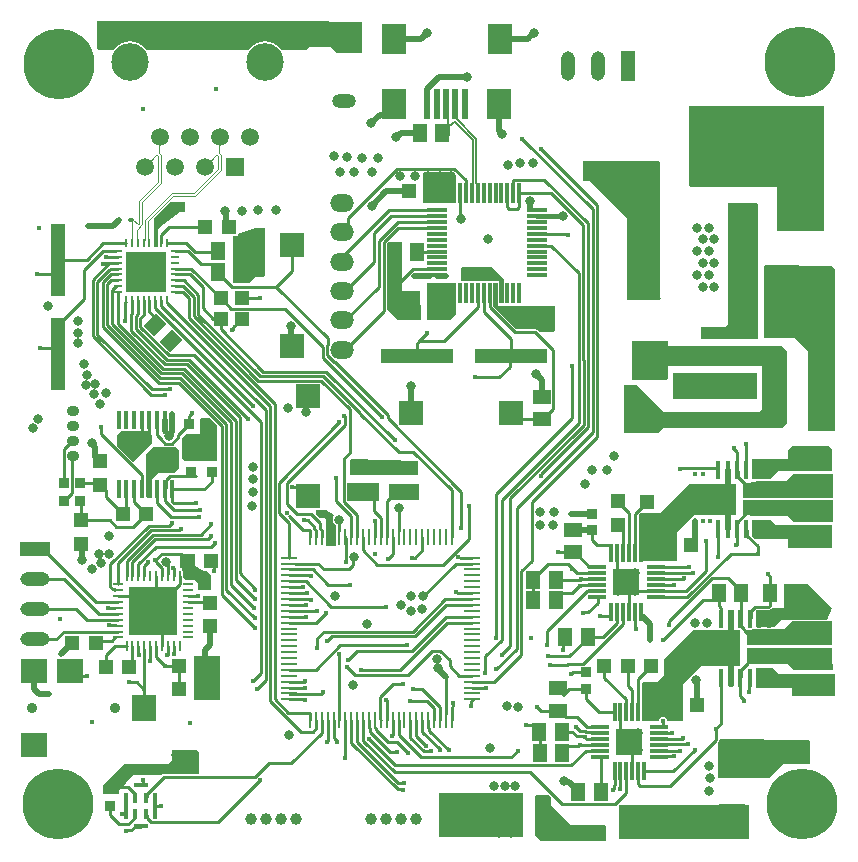
<source format=gtl>
G04*
G04 #@! TF.GenerationSoftware,Altium Limited,Altium Designer,20.0.2 (26)*
G04*
G04 Layer_Physical_Order=1*
G04 Layer_Color=255*
%FSLAX25Y25*%
%MOIN*%
G70*
G01*
G75*
%ADD12C,0.01000*%
%ADD15C,0.01500*%
%ADD27R,0.05000X0.05000*%
%ADD28R,0.05000X0.05000*%
%ADD29R,0.03500X0.03500*%
%ADD30R,0.03500X0.03500*%
%ADD31R,0.01968X0.09843*%
G04:AMPARAMS|DCode=32|XSize=19.29mil|YSize=11.81mil|CornerRadius=1.48mil|HoleSize=0mil|Usage=FLASHONLY|Rotation=180.000|XOffset=0mil|YOffset=0mil|HoleType=Round|Shape=RoundedRectangle|*
%AMROUNDEDRECTD32*
21,1,0.01929,0.00886,0,0,180.0*
21,1,0.01634,0.01181,0,0,180.0*
1,1,0.00295,-0.00817,0.00443*
1,1,0.00295,0.00817,0.00443*
1,1,0.00295,0.00817,-0.00443*
1,1,0.00295,-0.00817,-0.00443*
%
%ADD32ROUNDEDRECTD32*%
%ADD33R,0.05118X0.05906*%
%ADD34R,0.09449X0.12992*%
%ADD35R,0.09449X0.03937*%
%ADD36R,0.09843X0.09055*%
%ADD37R,0.06000X0.06000*%
%ADD38R,0.15000X0.04331*%
%ADD39R,0.04724X0.04331*%
%ADD40R,0.09055X0.09843*%
%ADD41R,0.04921X0.11811*%
%ADD42R,0.05906X0.05118*%
%ADD43R,0.10236X0.10236*%
%ADD44R,0.10630X0.04331*%
%ADD45R,0.01575X0.05906*%
%ADD46R,0.01181X0.05906*%
%ADD47R,0.05906X0.01181*%
%ADD48R,0.09055X0.09055*%
%ADD49R,0.01000X0.05807*%
%ADD50R,0.05807X0.01000*%
%ADD51R,0.08465X0.08465*%
%ADD52R,0.07874X0.07874*%
%ADD53O,0.01772X0.05906*%
%ADD54R,0.01772X0.05906*%
%ADD55R,0.09055X0.08268*%
%ADD56R,0.09055X0.07874*%
%ADD57R,0.07874X0.09055*%
G04:AMPARAMS|DCode=58|XSize=33.07mil|YSize=9.84mil|CornerRadius=2.36mil|HoleSize=0mil|Usage=FLASHONLY|Rotation=90.000|XOffset=0mil|YOffset=0mil|HoleType=Round|Shape=RoundedRectangle|*
%AMROUNDEDRECTD58*
21,1,0.03307,0.00512,0,0,90.0*
21,1,0.02835,0.00984,0,0,90.0*
1,1,0.00472,0.00256,0.01417*
1,1,0.00472,0.00256,-0.01417*
1,1,0.00472,-0.00256,-0.01417*
1,1,0.00472,-0.00256,0.01417*
%
%ADD58ROUNDEDRECTD58*%
G04:AMPARAMS|DCode=59|XSize=33.07mil|YSize=9.84mil|CornerRadius=2.36mil|HoleSize=0mil|Usage=FLASHONLY|Rotation=0.000|XOffset=0mil|YOffset=0mil|HoleType=Round|Shape=RoundedRectangle|*
%AMROUNDEDRECTD59*
21,1,0.03307,0.00512,0,0,0.0*
21,1,0.02835,0.00984,0,0,0.0*
1,1,0.00472,0.01417,-0.00256*
1,1,0.00472,-0.01417,-0.00256*
1,1,0.00472,-0.01417,0.00256*
1,1,0.00472,0.01417,0.00256*
%
%ADD59ROUNDEDRECTD59*%
%ADD60R,0.01378X0.09055*%
%ADD61R,0.05118X0.01378*%
%ADD62R,0.01575X0.03740*%
%ADD63R,0.04724X0.04724*%
G04:AMPARAMS|DCode=64|XSize=23.62mil|YSize=9.84mil|CornerRadius=1.23mil|HoleSize=0mil|Usage=FLASHONLY|Rotation=0.000|XOffset=0mil|YOffset=0mil|HoleType=Round|Shape=RoundedRectangle|*
%AMROUNDEDRECTD64*
21,1,0.02362,0.00738,0,0,0.0*
21,1,0.02116,0.00984,0,0,0.0*
1,1,0.00246,0.01058,-0.00369*
1,1,0.00246,-0.01058,-0.00369*
1,1,0.00246,-0.01058,0.00369*
1,1,0.00246,0.01058,0.00369*
%
%ADD64ROUNDEDRECTD64*%
G04:AMPARAMS|DCode=65|XSize=23.62mil|YSize=9.84mil|CornerRadius=1.23mil|HoleSize=0mil|Usage=FLASHONLY|Rotation=270.000|XOffset=0mil|YOffset=0mil|HoleType=Round|Shape=RoundedRectangle|*
%AMROUNDEDRECTD65*
21,1,0.02362,0.00738,0,0,270.0*
21,1,0.02116,0.00984,0,0,270.0*
1,1,0.00246,-0.00369,-0.01058*
1,1,0.00246,-0.00369,0.01058*
1,1,0.00246,0.00369,0.01058*
1,1,0.00246,0.00369,-0.01058*
%
%ADD65ROUNDEDRECTD65*%
G04:AMPARAMS|DCode=66|XSize=51.18mil|YSize=59.06mil|CornerRadius=0mil|HoleSize=0mil|Usage=FLASHONLY|Rotation=315.000|XOffset=0mil|YOffset=0mil|HoleType=Round|Shape=Rectangle|*
%AMROTATEDRECTD66*
4,1,4,-0.03897,-0.00278,0.00278,0.03897,0.03897,0.00278,-0.00278,-0.03897,-0.03897,-0.00278,0.0*
%
%ADD66ROTATEDRECTD66*%

%ADD67R,0.04724X0.24000*%
%ADD68R,0.07874X0.09843*%
%ADD69R,0.01181X0.06693*%
%ADD70R,0.06693X0.01181*%
%ADD71R,0.24000X0.04724*%
%ADD72R,0.08465X0.08465*%
%ADD73R,0.07874X0.07874*%
%ADD120C,0.05906*%
%ADD129R,0.05906X0.05906*%
%ADD130C,0.12520*%
%ADD137R,0.16142X0.16142*%
%ADD138R,0.13583X0.13583*%
%ADD139C,0.02000*%
%ADD140C,0.00439*%
%ADD141C,0.00569*%
%ADD142R,0.10400X0.05600*%
%ADD143R,0.11000X0.05900*%
%ADD144R,0.43400X0.11800*%
%ADD145R,0.28400X0.15100*%
%ADD146R,0.08700X0.14600*%
%ADD147R,0.27900X0.08500*%
%ADD148C,0.23622*%
%ADD149R,0.04724X0.09843*%
%ADD150O,0.04724X0.09843*%
%ADD151C,0.03937*%
%ADD152O,0.04134X0.03543*%
%ADD153C,0.03543*%
%ADD154R,0.09843X0.04724*%
%ADD155O,0.09843X0.04724*%
%ADD156O,0.03937X0.06000*%
%ADD157O,0.07874X0.04724*%
%ADD158O,0.07874X0.05906*%
%ADD159C,0.01772*%
%ADD160C,0.03150*%
%ADD161C,0.01772*%
G36*
X76500Y271600D02*
Y261400D01*
X68000D01*
X65900Y263500D01*
X58600D01*
X57600Y262500D01*
X49462D01*
X48803Y263303D01*
X47774Y264148D01*
X46599Y264775D01*
X45325Y265162D01*
X44000Y265293D01*
X42675Y265162D01*
X41401Y264775D01*
X40226Y264148D01*
X39197Y263303D01*
X38538Y262500D01*
X4462D01*
X3803Y263303D01*
X2774Y264148D01*
X1599Y264775D01*
X325Y265162D01*
X-1000Y265293D01*
X-2325Y265162D01*
X-3599Y264775D01*
X-4774Y264148D01*
X-5803Y263303D01*
X-6462Y262500D01*
X-11669D01*
X-11854Y263271D01*
X-12000Y263623D01*
Y272080D01*
X54174Y272080D01*
X76500Y271600D01*
D02*
G37*
G36*
X107700Y220699D02*
Y211400D01*
X96800D01*
X96800Y221361D01*
X97194Y221755D01*
X106644D01*
X107700Y220699D01*
D02*
G37*
G36*
X230300Y243700D02*
Y202000D01*
X219200Y202000D01*
X214600D01*
Y216700D01*
X186100D01*
X185400Y217400D01*
Y243700D01*
X230300Y243700D01*
D02*
G37*
G36*
X17300Y208400D02*
X15600D01*
X14500Y207300D01*
X11700Y205200D01*
X10300Y204400D01*
X9100Y203400D01*
X8200Y202700D01*
X8262Y197155D01*
X7910Y196800D01*
X7000D01*
Y206390D01*
X10513Y209904D01*
X10514Y209904D01*
X10517Y209908D01*
X11592Y210983D01*
X11596Y210986D01*
X12410Y211800D01*
X17300Y211800D01*
Y208400D01*
D02*
G37*
G36*
X43980Y203100D02*
X43999Y187179D01*
X43646Y186825D01*
X40725D01*
X38600Y184700D01*
X33200D01*
Y200100D01*
X33232Y200250D01*
X33896Y200500D01*
X34925D01*
Y200887D01*
X40800Y203100D01*
X43980Y203100D01*
D02*
G37*
G36*
X175800Y225046D02*
Y179900D01*
X175900Y179800D01*
X175200Y179100D01*
X165076D01*
X164700Y179400D01*
Y206400D01*
X152400Y218700D01*
X149900D01*
Y225100D01*
X150000Y225300D01*
X175446Y225399D01*
X175800Y225046D01*
D02*
G37*
G36*
X123674Y186026D02*
Y178130D01*
X122141D01*
Y184700D01*
X122074Y184862D01*
Y185200D01*
X121943D01*
Y185261D01*
X109338D01*
X109285Y189744D01*
X109637Y190100D01*
X119600Y190100D01*
X123674Y186026D01*
D02*
G37*
G36*
X107700Y184345D02*
Y174400D01*
X105700Y172400D01*
X97900D01*
Y184670D01*
X104600D01*
X107345Y184697D01*
X107700Y184345D01*
D02*
G37*
G36*
X89800Y182600D02*
Y182100D01*
X95798D01*
X95896Y172555D01*
X95545Y172200D01*
X88500D01*
X84621Y176079D01*
Y197845D01*
X84976Y198200D01*
X89800D01*
Y182600D01*
D02*
G37*
G36*
X121600Y177400D02*
X122000Y177000D01*
X140628Y177000D01*
X140724Y168856D01*
X140373Y168500D01*
X135314Y168500D01*
X134868Y168946D01*
X134537Y169167D01*
X134147Y169245D01*
X127650D01*
X120000Y176895D01*
Y184700D01*
X121600D01*
Y177400D01*
D02*
G37*
G36*
X208500Y211000D02*
Y166000D01*
X189500D01*
Y170000D01*
X197500D01*
X198500Y171000D01*
Y211500D01*
X208000Y211500D01*
X208500Y211000D01*
D02*
G37*
G36*
X178500Y165500D02*
X178500Y163600D01*
X216500Y163600D01*
X218000Y162100D01*
X218000Y138000D01*
X216400Y136400D01*
X177000D01*
X176600Y136400D01*
X174900Y134700D01*
X163807D01*
X163600Y135200D01*
Y150600D01*
X168100D01*
X176900Y141800D01*
X208900D01*
X209800Y142700D01*
Y156900D01*
X178500D01*
X178500Y152876D01*
X178124Y152500D01*
X166500D01*
Y165500D01*
X178500Y165500D01*
D02*
G37*
G36*
X233090Y190415D02*
X234000Y189490D01*
Y135400D01*
X224900D01*
Y161400D01*
Y162000D01*
X220600Y166300D01*
X210400D01*
Y190198D01*
X211002Y190790D01*
X233090Y190415D01*
D02*
G37*
G36*
X25572Y139645D02*
X28000Y137185D01*
Y125400D01*
X17200D01*
X16200Y126400D01*
Y132800D01*
X17600Y134200D01*
X22300D01*
Y138800D01*
X22673Y139683D01*
X25572Y139645D01*
D02*
G37*
G36*
X5000Y135200D02*
X6500Y133700D01*
X6500Y131200D01*
X115Y124815D01*
X-5400Y130330D01*
X-5400Y133700D01*
X-3900Y135200D01*
X5000Y135200D01*
D02*
G37*
G36*
X94837Y125306D02*
Y121506D01*
X95075Y121268D01*
X94884Y120806D01*
X72437D01*
Y125690D01*
X72857Y126098D01*
X94837Y125306D01*
D02*
G37*
G36*
X233000Y129500D02*
Y122000D01*
X215000D01*
X212500Y119500D01*
X206500D01*
X206500Y126000D01*
X218500D01*
Y129000D01*
X220000Y130500D01*
X232000D01*
X233000Y129500D01*
D02*
G37*
G36*
X233272Y121000D02*
Y118550D01*
X233272Y113000D01*
X203382Y113000D01*
Y117736D01*
X208495Y118550D01*
X217550D01*
X220000Y121000D01*
X233272Y121000D01*
D02*
G37*
G36*
X14200Y130000D02*
X15400Y128800D01*
X15400Y123100D01*
X13620Y121320D01*
X12279D01*
X12179Y121300D01*
X8300D01*
X6350Y119350D01*
X6350Y113250D01*
X6100Y113000D01*
X4917Y113000D01*
X4500Y113417D01*
Y127600D01*
X6900Y130000D01*
X14200Y130000D01*
D02*
G37*
G36*
X64461Y109052D02*
X67116Y107245D01*
X66691Y106609D01*
X66530Y105800D01*
X66691Y104990D01*
X67150Y104304D01*
X67600Y104003D01*
X67600Y96900D01*
X64200D01*
Y104400D01*
X64200Y105700D01*
X63978Y106300D01*
X62142Y106300D01*
X60900Y107542D01*
Y108968D01*
X63132D01*
Y108968D01*
X63239Y109072D01*
X64461Y109052D01*
D02*
G37*
G36*
X233435Y107000D02*
X233500Y106935D01*
Y105000D01*
X220500D01*
X218500Y107000D01*
X206565D01*
X203235Y107530D01*
Y112213D01*
X233435D01*
Y107000D01*
D02*
G37*
G36*
X214200Y104000D02*
X233000D01*
Y96500D01*
X218500D01*
Y99200D01*
X207309D01*
X206500Y100009D01*
X206500Y105800D01*
X212400D01*
X214200Y104000D01*
D02*
G37*
G36*
X201100Y117700D02*
Y107500D01*
X187000D01*
X181200Y101700D01*
Y91900D01*
X168700D01*
Y98800D01*
Y107658D01*
X169042Y108000D01*
X175700D01*
X185500Y117800D01*
X201000D01*
X201100Y117700D01*
D02*
G37*
G36*
X17107Y94481D02*
X20550Y94425D01*
X20550Y90325D01*
X23600Y88800D01*
X24700D01*
X26100Y87400D01*
X26100Y82500D01*
X21800D01*
Y84350D01*
X20550Y85600D01*
X17700D01*
X16578Y86722D01*
Y86955D01*
X16565Y87021D01*
Y88372D01*
X16508Y88660D01*
X16500Y88671D01*
Y89650D01*
X15700Y89700D01*
X15514Y94144D01*
X15863Y94502D01*
X17107Y94481D01*
D02*
G37*
G36*
X224800Y84400D02*
X232859Y76341D01*
X231228Y72402D01*
X219600Y72402D01*
X219600Y72402D01*
X219596Y72400D01*
X216100D01*
X213652Y69952D01*
X213161D01*
X213111Y69931D01*
X210637D01*
X210587Y69952D01*
X210012D01*
X209961Y69931D01*
X208100D01*
X207715Y70184D01*
X207600Y70364D01*
X207600Y75591D01*
X207785Y75776D01*
X211881D01*
X212271Y75853D01*
X212602Y76074D01*
X212927Y76400D01*
X217200D01*
X217100Y76500D01*
Y84400D01*
X224800Y84400D01*
D02*
G37*
G36*
X232872Y71861D02*
Y69411D01*
X232872Y63861D01*
X204600D01*
Y68854D01*
X207964Y69390D01*
X210012D01*
Y69411D01*
X210587D01*
Y69390D01*
X213161D01*
Y69411D01*
X217150D01*
X219600Y71861D01*
X232872Y71861D01*
D02*
G37*
G36*
X233135Y57700D02*
X233200Y57635D01*
Y55700D01*
X220200D01*
X218200Y57700D01*
X206265D01*
X204700Y57949D01*
Y62913D01*
X233135Y62913D01*
Y57700D01*
D02*
G37*
G36*
X200200Y75700D02*
Y68900D01*
X202500D01*
Y57100D01*
X200400D01*
Y50500D01*
X200200Y50300D01*
X198400D01*
Y56900D01*
X198200Y57100D01*
X189600D01*
X183400Y50900D01*
Y38700D01*
X177943D01*
X177855Y39141D01*
X177549Y39599D01*
X177091Y39905D01*
X176550Y40013D01*
X176009Y39905D01*
X175551Y39599D01*
X175245Y39141D01*
X175157Y38700D01*
X169699D01*
X169608Y51345D01*
X169960Y51700D01*
X174900D01*
X177100Y53900D01*
Y59195D01*
X186805Y68900D01*
X198400D01*
Y75800D01*
X200100D01*
X200200Y75700D01*
D02*
G37*
G36*
X215300Y54400D02*
X234100D01*
Y46900D01*
X219600D01*
Y49600D01*
X207600D01*
X207600Y56200D01*
X213500D01*
X215300Y54400D01*
D02*
G37*
G36*
X225200Y32200D02*
X225600Y31800D01*
Y24300D01*
X216600D01*
X212000Y19700D01*
X195000D01*
Y31558D01*
X195152Y31710D01*
X195373Y32041D01*
X195450Y32431D01*
X195807Y32780D01*
X225200Y32200D01*
D02*
G37*
G36*
X21900Y28500D02*
Y21045D01*
X10186D01*
X9796Y20967D01*
X9465Y20746D01*
X9319Y20600D01*
X1976D01*
X-106Y20534D01*
X-4752Y15258D01*
X-4778Y14200D01*
X-10100D01*
X-10100Y17100D01*
X-2900Y24300D01*
X11800D01*
X12900Y25400D01*
X12900Y29000D01*
X21400D01*
X21900Y28500D01*
D02*
G37*
G36*
X138658Y14015D02*
X139500Y13173D01*
Y10400D01*
X145900Y4000D01*
X157400D01*
X157800Y3834D01*
Y-1480D01*
X135980D01*
X134000Y500D01*
Y13743D01*
X134357Y14094D01*
X138658Y14015D01*
D02*
G37*
D12*
X88595Y128338D02*
X93413D01*
X75786Y141147D02*
Y141188D01*
X63372Y153602D02*
X75786Y141188D01*
X21700Y174137D02*
X42235Y153602D01*
X62751Y152102D02*
X72286Y142567D01*
X70200Y126133D02*
X72286Y128219D01*
X106222Y99965D02*
Y115529D01*
X21700Y174137D02*
Y180783D01*
X13949Y185547D02*
X16936D01*
X41614Y152102D02*
X62751D01*
X74726Y99965D02*
Y107260D01*
X18700Y172894D02*
Y179540D01*
Y172894D02*
X47186Y144408D01*
Y46010D02*
Y144408D01*
X11398Y178075D02*
X45686Y143787D01*
X11398Y178075D02*
Y178370D01*
X45686Y45388D02*
Y143787D01*
X93413Y128338D02*
X106222Y115529D01*
X23200Y176321D02*
Y183400D01*
Y176321D02*
X26721Y172800D01*
X29175D01*
X19084Y187516D02*
X23200Y183400D01*
X13949Y187516D02*
X19084D01*
X8032Y111466D02*
X12797Y106700D01*
X21900D01*
X109300Y206000D02*
Y207500D01*
X108900Y207900D02*
X109300Y207500D01*
X32618Y85161D02*
Y138289D01*
X16349Y154558D02*
X32618Y138289D01*
X31118Y82482D02*
X40600Y73000D01*
X31118Y82482D02*
Y137668D01*
X15728Y153058D02*
X31118Y137668D01*
X29618Y80782D02*
Y137047D01*
Y80782D02*
X40600Y69800D01*
X34224Y85676D02*
Y138804D01*
Y85676D02*
X40600Y79300D01*
X35724Y87875D02*
X40800Y82800D01*
X35724Y87875D02*
Y139976D01*
X18142Y157558D02*
X35724Y139976D01*
X16971Y156058D02*
X34224Y138804D01*
X-4980Y171125D02*
X10088Y156058D01*
X-8630Y170533D02*
X8845Y153058D01*
X-7130Y171154D02*
X9466Y154558D01*
X15464Y151200D02*
X29618Y137047D01*
X8845Y153058D02*
X15728D01*
X9466Y154558D02*
X16349D01*
X10088Y156058D02*
X16971D01*
X10709Y157558D02*
X18142D01*
X-543Y168809D02*
X10709Y157558D01*
X40800Y82200D02*
Y82800D01*
X11330Y159058D02*
X18815D01*
X957Y169431D02*
X11330Y159058D01*
X11952Y160558D02*
X20475D01*
X2457Y170052D02*
X11952Y160558D01*
X7453Y176247D02*
X39900Y143800D01*
X9421Y176946D02*
X44186Y142181D01*
X16783Y183579D02*
X20200Y180161D01*
X16630Y181610D02*
X18700Y179540D01*
X13949Y181610D02*
X16630D01*
X26100Y96800D02*
X27200Y97900D01*
X7533Y96800D02*
X26100D01*
X8582Y151200D02*
X15464D01*
X-10130Y169912D02*
X8582Y151200D01*
X20475Y160558D02*
X42686Y138347D01*
X18815Y159058D02*
X38400Y139473D01*
X6203Y149300D02*
X12400D01*
X5982Y147400D02*
X10600D01*
X52228Y81218D02*
X57931D01*
X52135Y81311D02*
X52228Y81218D01*
X59067Y79333D02*
X59300Y79100D01*
X52145Y79333D02*
X59067D01*
X52135Y79343D02*
X52145Y79333D01*
X60969Y71469D02*
X64300Y74800D01*
X52135Y77374D02*
X57674D01*
X89852Y15948D02*
X90100Y15700D01*
X88288Y15948D02*
X89852D01*
X-1702Y4200D02*
X513Y6415D01*
X-4500Y4200D02*
X-1702D01*
X-7500Y7200D02*
X-4500Y4200D01*
X107067Y222775D02*
X110920Y218922D01*
X93196Y189242D02*
X101215D01*
X86700Y182746D02*
X93196Y189242D01*
X86700Y181400D02*
Y182746D01*
X149221Y83925D02*
X154467D01*
X148948Y83652D02*
X149221Y83925D01*
X148652Y83652D02*
X148948D01*
X146353Y81353D02*
X148652Y83652D01*
X158835Y73747D02*
X159479Y74391D01*
X155755Y73747D02*
X158835D01*
X201213Y97313D02*
Y104810D01*
X178686Y71852D02*
X193034Y86200D01*
X178686Y70614D02*
Y71852D01*
X187200Y29000D02*
X187400D01*
X180099Y21899D02*
X187200Y29000D01*
X175516Y31000D02*
X185000D01*
X183042Y32742D02*
X183300Y33000D01*
X179595Y34705D02*
X179600Y34700D01*
X179014Y17014D02*
X194431Y32431D01*
X28215Y4915D02*
X42300Y19000D01*
X6131Y4915D02*
X28215D01*
X4631Y6415D02*
X6131Y4915D01*
X45184Y24551D02*
X52834D01*
X40658Y20025D02*
X45184Y24551D01*
X10186Y20025D02*
X40658D01*
X84300Y45800D02*
X84569Y45531D01*
Y39035D02*
Y45531D01*
X86833Y51000D02*
X90100D01*
X82414Y46581D02*
X86833Y51000D01*
X82414Y39221D02*
Y46581D01*
Y39221D02*
X82600Y39035D01*
X90052Y18148D02*
X90200Y18000D01*
X88210Y18148D02*
X90052D01*
X74726Y31631D02*
X88210Y18148D01*
X74726Y31631D02*
Y39035D01*
X72758Y31479D02*
X88288Y15948D01*
X72758Y31479D02*
Y39035D01*
X102300Y28900D02*
Y29200D01*
X96380Y35120D02*
X102300Y29200D01*
X112600Y43700D02*
Y45078D01*
X113400Y45878D01*
X125995Y26614D02*
X128215Y28834D01*
X95986Y26614D02*
X125995D01*
X148931Y30652D02*
X149076Y30797D01*
X150514Y33195D02*
X150967Y32742D01*
X150061Y33648D02*
X150514Y33195D01*
X59892Y35132D02*
X60947Y36186D01*
X55942Y35132D02*
X59892D01*
X45686Y45388D02*
X55942Y35132D01*
X60947Y36186D02*
Y39035D01*
X52268Y47714D02*
X62796D01*
X63400Y48318D01*
X52135Y47846D02*
X52268Y47714D01*
X52135Y45878D02*
X57222D01*
X57300Y45800D01*
X73886Y53914D02*
X91614D01*
X71200Y56600D02*
X73886Y53914D01*
X18150Y120300D02*
X21100D01*
X63525Y68425D02*
X93216D01*
X61348Y66248D02*
X63525Y68425D01*
X61348Y63148D02*
Y66248D01*
X12967Y131025D02*
X15161Y133220D01*
X10834Y131025D02*
X12967D01*
X9325Y132534D02*
X10834Y131025D01*
X9325Y132534D02*
Y132684D01*
X8032Y133977D02*
X9325Y132684D01*
X54594Y107628D02*
X59372D01*
X51214Y111007D02*
X54594Y107628D01*
X51214Y111007D02*
Y117947D01*
X52135Y87217D02*
X59184D01*
X59500Y86900D01*
X65067Y84000D02*
X72400D01*
X59882Y89185D02*
X65067Y84000D01*
X52135Y89185D02*
X59882D01*
X72088Y89214D02*
X73486Y90612D01*
X63572Y89214D02*
X72088D01*
X61633Y91154D02*
X63572Y89214D01*
X73486Y90612D02*
Y93186D01*
X73700Y93400D01*
X71100Y91600D02*
Y99654D01*
X70789Y99965D02*
X71100Y99654D01*
X212360Y81400D02*
Y86831D01*
Y77275D02*
Y81400D01*
X207362Y76795D02*
X211881D01*
X205862Y75295D02*
X207362Y76795D01*
X211881D02*
X212360Y77275D01*
X174376Y88086D02*
X186578D01*
X174242Y87953D02*
X174376Y88086D01*
X186578D02*
X186645Y88019D01*
X183675Y86075D02*
X183800Y86200D01*
X165384Y75142D02*
Y84016D01*
X166431Y21899D02*
Y30773D01*
X191100Y88800D02*
Y98800D01*
X184347Y82047D02*
X191100Y88800D01*
X174242Y82047D02*
X184347D01*
X202741Y81500D02*
Y81894D01*
Y77048D02*
Y81500D01*
X193034Y86200D02*
X198434D01*
X199213Y94500D02*
X208300D01*
X184791Y80079D02*
X199213Y94500D01*
X174242Y80079D02*
X184791D01*
X198434Y86200D02*
X202741Y81894D01*
X161357Y71457D02*
Y75051D01*
X156700Y66800D02*
X161357Y71457D01*
X151541Y66800D02*
X156700D01*
X145934Y54225D02*
X146559Y54850D01*
X147657Y36600D02*
X147709D01*
X146483Y35100D02*
X147936Y33648D01*
X142940Y35100D02*
X146483D01*
X147936Y33648D02*
X150061D01*
X150967Y32742D02*
X155605D01*
X150936Y35081D02*
X155234D01*
X155605Y34710D01*
X148038Y40100D02*
X151459Y36679D01*
X144253Y40100D02*
X148038D01*
X151459Y36679D02*
X155605D01*
X150737Y35280D02*
X150936Y35081D01*
X175290Y28805D02*
X182095D01*
X182200Y28700D01*
X175290Y32742D02*
X183042D01*
X175290Y30773D02*
X175516Y31000D01*
X194431Y32431D02*
Y36031D01*
X168986Y17014D02*
X179014D01*
X160000Y15800D02*
X160100D01*
X160248Y15948D01*
X160733Y11047D02*
X164463Y14777D01*
X143068Y11047D02*
X160733D01*
X132469Y21646D02*
X143068Y11047D01*
X164463Y14777D02*
Y21899D01*
X-25000Y161138D02*
Y170638D01*
X-10010Y195390D02*
X-5630D01*
X-16382Y189018D02*
X-10010Y195390D01*
X-16382Y179255D02*
Y189018D01*
X-2500Y172100D02*
Y178260D01*
X-2390Y178370D01*
X42686Y81419D02*
Y138347D01*
X44186Y52186D02*
Y142181D01*
X41400Y49400D02*
X44186Y52186D01*
X47186Y46010D02*
X51757Y41439D01*
X42600Y54600D02*
Y81333D01*
X42686Y81419D01*
X11100Y91600D02*
Y91800D01*
Y91600D02*
X11461Y91239D01*
X11539Y91161D01*
X9600Y94400D02*
X16162D01*
X7400Y92200D02*
X9600Y94400D01*
X16162D02*
X18563Y92000D01*
X9653Y86955D02*
Y89556D01*
X7548Y91661D02*
X9653Y89556D01*
X7548Y91661D02*
Y92052D01*
X7400Y92200D02*
X7548Y92052D01*
X32618Y85161D02*
X32724Y85055D01*
X24887Y99187D02*
X26044Y100344D01*
X7300Y99187D02*
X24887D01*
X1779Y91046D02*
X7533Y96800D01*
X1779Y86955D02*
Y91046D01*
X-8630Y170533D02*
Y184247D01*
X-10130Y169912D02*
Y184868D01*
X-11981Y167484D02*
X6203Y149300D01*
X-13481Y166863D02*
X5982Y147400D01*
X-8630Y184247D02*
X-7329Y185547D01*
X-6472Y183102D02*
X-6098D01*
X-5630Y183571D01*
X-4980Y176348D02*
X-4949Y176379D01*
X-543Y174265D02*
X-421Y174386D01*
X-543Y168809D02*
Y174265D01*
X2457Y173022D02*
X3516Y174080D01*
X957Y173643D02*
X1547Y174233D01*
X-7130Y182445D02*
X-6472Y183102D01*
X-7329Y185547D02*
X-4949D01*
X-7482Y187516D02*
X-4949D01*
X-10130Y184868D02*
X-7482Y187516D01*
X-7953Y189016D02*
X-7485Y189484D01*
X-4949D01*
X-13481Y166863D02*
Y185759D01*
X-8725Y190516D01*
X-8574D01*
X-7842Y191248D01*
X58233Y105527D02*
X60478Y103282D01*
X9421Y176946D02*
Y179051D01*
X2457Y170052D02*
Y173022D01*
X16936Y185547D02*
X21700Y180783D01*
X84886Y139614D02*
Y140681D01*
X67247Y158320D02*
X84886Y140681D01*
X67079Y158320D02*
X67247D01*
X63263Y159637D02*
X83000Y139900D01*
X63263Y159637D02*
Y163478D01*
X50579Y176163D02*
X63263Y163478D01*
X32813Y176163D02*
X50579D01*
X64763Y160635D02*
X67079Y158320D01*
X64763Y160635D02*
Y163910D01*
X64869Y164016D01*
Y166231D01*
X28359Y188400D02*
Y188793D01*
Y188006D02*
Y188400D01*
X109500Y103100D02*
Y115000D01*
X84886Y139614D02*
X109500Y115000D01*
X42235Y153602D02*
X63372D01*
X75786Y141147D02*
X88595Y128338D01*
X64498Y155102D02*
X87400Y132200D01*
X43398Y155102D02*
X64498D01*
X29200Y169300D02*
X43398Y155102D01*
X70200Y111786D02*
X74726Y107260D01*
X70200Y111786D02*
Y126133D01*
X70686Y137419D02*
Y140214D01*
X51214Y117947D02*
X70686Y137419D01*
X70400Y140500D02*
X70686Y140214D01*
X48700Y118100D02*
X68800Y138200D01*
X48700Y108104D02*
Y118100D01*
Y108104D02*
X52135Y104668D01*
X56927Y105675D02*
X57074Y105527D01*
X51948Y106977D02*
X56557Y102368D01*
X58978D01*
X60478Y102837D02*
Y103282D01*
X57074Y105527D02*
X58233D01*
X62446Y102837D02*
Y104553D01*
X59372Y107628D02*
X62446Y104553D01*
X58978Y99965D02*
Y102368D01*
X29175Y179800D02*
X32813Y176163D01*
X19491Y189484D02*
X29175Y179800D01*
X20200Y173515D02*
Y180161D01*
X72286Y128219D02*
Y142567D01*
X20200Y173515D02*
X41614Y152102D01*
X67800Y112065D02*
X72758Y107107D01*
X67800Y112065D02*
Y119800D01*
X72758Y99965D02*
Y107107D01*
X13949Y183579D02*
X16783D01*
X103347Y90814D02*
X111990Y99457D01*
X81441Y90814D02*
X103347D01*
X76695Y95561D02*
X81441Y90814D01*
X111990Y99457D02*
Y110300D01*
X3751Y49207D02*
Y62688D01*
X3722Y49178D02*
X3751Y49207D01*
X3747Y62691D02*
X3751Y62688D01*
X11500Y60600D02*
X11600D01*
X11613Y60613D01*
X13800Y60900D02*
Y63635D01*
X13598Y63837D02*
X13800Y63635D01*
X32724Y84076D02*
X40500Y76300D01*
X32724Y84076D02*
Y85055D01*
X12279Y120300D02*
X18150D01*
X10591Y112009D02*
Y115918D01*
X10976Y118998D02*
X12279Y120300D01*
X10976Y116304D02*
Y118998D01*
X10591Y115918D02*
X10976Y116304D01*
X37Y103300D02*
X4437Y107700D01*
X-5577Y103300D02*
X37D01*
X-7814Y105537D02*
X-5577Y103300D01*
X-7509Y90863D02*
X5316Y103687D01*
X-7509Y83490D02*
Y90863D01*
Y83490D02*
X-6785Y82766D01*
X11539Y87609D02*
Y91161D01*
X6679Y100687D02*
X15900D01*
X15279Y102187D02*
X15891Y102800D01*
X6057Y102187D02*
X15279D01*
X12891Y104700D02*
X13100D01*
X13600Y109000D02*
X22200D01*
X10591Y112009D02*
X13600Y109000D01*
X3747Y90347D02*
X5100Y91700D01*
X3747Y86955D02*
Y90347D01*
X-190Y91698D02*
X7300Y99187D01*
X-2158Y91851D02*
X6679Y100687D01*
X-4855Y91275D02*
X6057Y102187D01*
X5316Y103687D02*
X11879D01*
X-4855Y84258D02*
Y91275D01*
X-2158Y86955D02*
Y91851D01*
X-190Y86955D02*
Y91698D01*
X15900Y100687D02*
X16006Y100794D01*
X11879Y103687D02*
X12891Y104700D01*
X167353Y82047D02*
X174242D01*
X165447Y31758D02*
X166431Y30773D01*
X162593Y34612D02*
X165447Y31758D01*
X162495Y34710D02*
X162593Y34612D01*
X71511Y206253D02*
X88033Y222775D01*
X69700Y201800D02*
X71511Y203611D01*
X88033Y222775D02*
X107067D01*
X71511Y203611D02*
Y206253D01*
X83601Y198267D02*
X88355Y203021D01*
X101215D01*
X88202Y204990D02*
X101215D01*
X81893Y198681D02*
X88202Y204990D01*
X81893Y183482D02*
Y198681D01*
X83601Y175189D02*
Y198267D01*
X86058Y206958D02*
X101215D01*
X80393Y201293D02*
X86058Y206958D01*
X80393Y191667D02*
Y201293D01*
X85327Y208927D02*
X101215D01*
X69700Y193300D02*
X85327Y208927D01*
X69700Y191800D02*
Y193300D01*
X136200Y139100D02*
X136434D01*
X134147Y168225D02*
X140153Y162219D01*
Y142819D02*
Y162219D01*
X136434Y139100D02*
X140153Y142819D01*
X129400Y60683D02*
Y88566D01*
X120500Y51784D02*
X129400Y60683D01*
Y88566D02*
X132950Y92116D01*
X127900Y109833D02*
X153180Y135113D01*
X127900Y62800D02*
Y109833D01*
X121000Y55900D02*
X127900Y62800D01*
X144909Y91100D02*
X148056Y87953D01*
X133460Y85700D02*
Y86094D01*
Y78900D02*
Y85700D01*
X138466Y91100D02*
X144909D01*
X133460Y86094D02*
X138466Y91100D01*
X123000Y60900D02*
X125700Y63600D01*
X123000Y60700D02*
Y60900D01*
X125700Y63600D02*
Y112967D01*
X148871Y136138D01*
X122986Y112374D02*
X148250Y137638D01*
X122986Y65719D02*
Y112374D01*
X148250Y137638D02*
X148400D01*
X146200Y139600D02*
Y157100D01*
X121100Y114500D02*
X146200Y139600D01*
X153180Y135113D02*
Y209221D01*
X154680Y133479D02*
Y210720D01*
X132950Y111750D02*
X154680Y133479D01*
X132950Y92116D02*
Y111750D01*
X137131Y219131D02*
X151680Y204583D01*
Y136675D02*
Y204583D01*
X148871Y136138D02*
X149021D01*
X129800Y232600D02*
X153180Y209221D01*
X135900Y229500D02*
X154680Y210720D01*
X128727Y214785D02*
X139356D01*
X150073Y204068D01*
X126758Y214785D02*
Y219131D01*
X137131D01*
X135900Y120895D02*
X151680Y136675D01*
X135900Y120500D02*
Y120895D01*
X150073Y159115D02*
Y204068D01*
Y159115D02*
X150180Y159009D01*
Y137296D02*
Y159009D01*
X149021Y136138D02*
X150180Y137296D01*
X121100Y66500D02*
Y114500D01*
X104437Y73437D02*
X113065D01*
X93014Y62014D02*
X104437Y73437D01*
X74814Y62014D02*
X93014D01*
X104769Y71469D02*
X113065D01*
X89100Y55800D02*
X104769Y71469D01*
X76100Y55800D02*
X89100D01*
X99669Y61968D02*
X102422D01*
X91614Y53914D02*
X99669Y61968D01*
X81100Y35718D02*
Y36163D01*
X85004Y31814D02*
X87986D01*
X149393Y85984D02*
X154558D01*
X149184D02*
X149393D01*
X81100Y35718D02*
X85004Y31814D01*
X79132Y35035D02*
X85719Y28448D01*
X79132Y35035D02*
Y36163D01*
X85719Y28448D02*
X87852D01*
X93216Y68425D02*
X104133Y79343D01*
X93837Y66925D02*
X104286Y77374D01*
X66325Y66925D02*
X93837D01*
X64600Y65200D02*
X66325Y66925D01*
X92443Y32991D02*
X96919Y28514D01*
X92443Y32991D02*
Y39035D01*
X98587Y28620D02*
X99020D01*
X98481Y28514D02*
X98587Y28620D01*
X96919Y28514D02*
X98481D01*
X99041Y28600D02*
X99200D01*
X99020Y28620D02*
X99041Y28600D01*
X88506Y34095D02*
X95986Y26614D01*
X88506Y34095D02*
Y39035D01*
X-1717Y16700D02*
X513Y14470D01*
X-6750Y16700D02*
X-1717D01*
X-7500Y15950D02*
X-6750Y16700D01*
X78900Y113900D02*
X78990D01*
X139432Y197116D02*
X148573Y187974D01*
X130953Y37300D02*
X133401D01*
X139147Y57347D02*
X144614D01*
X134709Y43500D02*
X136049Y42160D01*
X15891Y102800D02*
X16100D01*
X148355Y30453D02*
X148575Y30673D01*
X160248Y17184D02*
X160526Y17462D01*
X202713Y70390D02*
X203676Y69426D01*
X70684Y162272D02*
X83601Y175189D01*
X149900Y74700D02*
X150048Y74848D01*
X16006Y100794D02*
X22594D01*
X80190Y108739D02*
X82600Y106329D01*
X203676Y69032D02*
Y69426D01*
X110920Y214876D02*
X111010Y214785D01*
X110920Y214876D02*
Y218922D01*
X106222Y39035D02*
Y43439D01*
X107754Y91154D02*
X113065D01*
X96800Y80200D02*
X107754Y91154D01*
X109000Y93122D02*
X113065D01*
X106552Y44552D02*
X106700Y44700D01*
X-10000Y191100D02*
X-9852Y191248D01*
X-7842D01*
X-7637Y191453D01*
X54039Y91154D02*
X61633D01*
X143400Y47340D02*
X145411Y49350D01*
X148575Y30673D02*
X148911D01*
X135660Y28000D02*
Y35041D01*
X57581Y85186D02*
X66067Y76700D01*
X52135Y85248D02*
X57385D01*
X138100Y68579D02*
X151478Y81957D01*
X57385Y85248D02*
X57447Y85186D01*
X57581D01*
X138100Y64100D02*
Y68579D01*
X66067Y76700D02*
X84400D01*
X151478Y81957D02*
X154467D01*
X87852Y28448D02*
X88000Y28300D01*
X154467Y83925D02*
X154558Y84016D01*
X142999Y81353D02*
X146353D01*
X140940Y78900D02*
Y79294D01*
X78663Y36632D02*
X79132Y36163D01*
X154900Y77988D02*
Y79988D01*
X151760Y74848D02*
X154900Y77988D01*
X154648Y79988D02*
X154900D01*
X154558Y80079D02*
X154648Y79988D01*
X150048Y74848D02*
X151760D01*
X133401Y37300D02*
X135660Y35041D01*
X146114Y24048D02*
X150871Y28805D01*
X87452Y24048D02*
X146114D01*
X78800Y32700D02*
X87452Y24048D01*
X150871Y28805D02*
X155605D01*
X148900Y85700D02*
X149184Y85984D01*
X143400Y40953D02*
X144253Y40100D01*
X136049Y42160D02*
X141800D01*
X150430Y35280D02*
X150737D01*
X145411Y49350D02*
X150900D01*
X134500Y43500D02*
X134709D01*
X87187Y21646D02*
X132469D01*
X76695Y32138D02*
X87187Y21646D01*
X76695Y32138D02*
Y39035D01*
X143140Y28000D02*
Y28394D01*
X145200Y30453D02*
X148355D01*
X148679Y137917D02*
Y158387D01*
X148573Y158494D02*
X148679Y158387D01*
X148573Y158494D02*
Y187974D01*
X148400Y137638D02*
X148679Y137917D01*
X117500Y60233D02*
X122986Y65719D01*
X51757Y41439D02*
X58978D01*
X7684Y60116D02*
Y63845D01*
X64600Y31600D02*
Y31809D01*
X174242Y89921D02*
X174282Y89961D01*
X10700Y57100D02*
X15162D01*
X-8192Y76392D02*
X-6009D01*
X195019Y93319D02*
Y102751D01*
X-8200Y76400D02*
X-8192Y76392D01*
X204475Y122442D02*
X204487Y122455D01*
X513Y13387D02*
Y14470D01*
X201100Y97200D02*
X201213Y97313D01*
X-9156Y193344D02*
X-9087Y193413D01*
X203991Y107982D02*
X205656Y109647D01*
X204762Y100305D02*
Y102470D01*
X201613Y119990D02*
X203991Y117612D01*
X202713Y53445D02*
Y55610D01*
X-2082Y2218D02*
X-731D01*
X102422Y61968D02*
X105542Y58849D01*
X108661Y53752D02*
X113065D01*
X105542Y56871D02*
X108661Y53752D01*
X22594Y100794D02*
X26100Y104300D01*
X106222Y43439D02*
X106552Y43769D01*
X105542Y56871D02*
Y58849D01*
X96424Y49300D02*
X102285Y43439D01*
X60853Y55721D02*
X69033Y63900D01*
X91500D01*
X108962Y93160D02*
X109000Y93122D01*
X70600Y26300D02*
Y26509D01*
X64884Y32092D02*
Y39035D01*
X64600Y31809D02*
X64884Y32092D01*
X78663Y36632D02*
Y39035D01*
X80632Y36632D02*
X81100Y36163D01*
X4631Y14470D02*
X10186Y20025D01*
X52834Y24551D02*
X62915Y34632D01*
Y39035D01*
X86537Y34146D02*
Y39035D01*
X86300Y33909D02*
X86537Y34146D01*
X86300Y33700D02*
Y33909D01*
X4631Y6415D02*
Y7498D01*
X4343Y13100D02*
X4631Y13387D01*
X4343Y7785D02*
X4631Y7498D01*
X94411Y33689D02*
X97700Y30400D01*
X94411Y33689D02*
Y39035D01*
X87986Y31814D02*
X91800Y28000D01*
X96380Y35120D02*
Y39035D01*
X98348Y36632D02*
Y39035D01*
X98817Y35484D02*
X105200Y29100D01*
X98817Y35484D02*
Y36163D01*
X98348Y36632D02*
X98817Y36163D01*
X143140Y28394D02*
X145200Y30453D01*
X149076Y30797D02*
X155581D01*
X148911Y30673D02*
X148931Y30652D01*
X140940Y85700D02*
X148900D01*
X143400Y40953D02*
Y41359D01*
X140940Y79294D02*
X142999Y81353D01*
X150324Y35386D02*
X150430Y35280D01*
X147709Y36600D02*
X148923Y35386D01*
X66852Y33057D02*
Y39035D01*
Y33057D02*
X68000Y31909D01*
Y31700D02*
Y31909D01*
X40090Y52090D02*
X42600Y54600D01*
X-421Y174386D02*
Y179051D01*
X18650Y137600D02*
Y140450D01*
X19600Y141400D01*
X84900Y92800D02*
X86537Y94437D01*
X84900Y92700D02*
Y92800D01*
X86537Y94437D02*
Y99965D01*
X513Y13387D02*
X800Y13100D01*
X93966Y93148D02*
X96380Y95561D01*
X-4980Y171125D02*
Y176348D01*
X126041Y141500D02*
X128282Y139260D01*
X118884Y176568D02*
X127228Y168225D01*
X62915Y99965D02*
Y102368D01*
X13949Y189484D02*
X19491D01*
X128282Y139260D02*
X136200D01*
X88506Y109306D02*
X88800Y109600D01*
X80600Y105200D02*
X80632Y105168D01*
X82600Y99965D02*
Y106329D01*
X80190Y108739D02*
Y112700D01*
X78990Y113900D02*
X80190Y112700D01*
X80632Y99965D02*
Y105168D01*
X76695Y95561D02*
Y99965D01*
X-11981Y185138D02*
X-8103Y189016D01*
X-7953D01*
X70600Y26509D02*
X70789Y26698D01*
X141600Y95000D02*
X146660D01*
X68821Y39035D02*
Y60979D01*
X68800Y61000D02*
X68821Y60979D01*
X52135Y55721D02*
X60853D01*
X93200Y49300D02*
X96424D01*
X102285Y39035D02*
Y43439D01*
X100317Y39035D02*
Y43144D01*
X98160Y45300D02*
X100317Y43144D01*
X92400Y45300D02*
X98160D01*
X117491Y49600D02*
X117700D01*
X117276Y49815D02*
X117491Y49600D01*
X113065Y49815D02*
X117276D01*
X113065Y45878D02*
X113400D01*
X138400Y60300D02*
X145434D01*
X151541Y66407D01*
X144867Y57600D02*
X150125D01*
X144614Y57347D02*
X144867Y57600D01*
X163416Y70891D02*
Y75142D01*
X150125Y57600D02*
X163416Y70891D01*
X128141Y209353D02*
X128727Y209939D01*
X113065Y51784D02*
X120500D01*
X52135Y71469D02*
X60969D01*
X-4949Y176379D02*
Y181610D01*
X13949Y195390D02*
X18196D01*
X-9087Y193413D02*
X-4957D01*
X-11981Y167484D02*
Y185138D01*
X60478Y102837D02*
X60947Y102368D01*
X36275Y179700D02*
X42300D01*
X36175Y179800D02*
X36275Y179700D01*
X53100Y116800D02*
X55300D01*
X62446Y102837D02*
X62915Y102368D01*
X18196Y195390D02*
X22734Y190852D01*
X26300D01*
X69700Y162272D02*
X70684D01*
X69700Y172272D02*
X70684D01*
Y181957D02*
X80393Y191667D01*
X55300Y116800D02*
X58400Y113700D01*
X52135Y93122D02*
Y104668D01*
X29175Y172800D02*
X29200Y172775D01*
Y169300D02*
Y172775D01*
X27000Y88768D02*
Y91336D01*
X26237Y92100D02*
X27000Y91336D01*
X107599Y81700D02*
X107808D01*
X13500Y89600D02*
X13582Y89518D01*
X-6477Y82766D02*
X-6009Y82298D01*
X104286Y77374D02*
X113065D01*
X13582Y86963D02*
Y89518D01*
X57174Y52017D02*
X57383D01*
X57291Y49600D02*
X57500D01*
X61200Y63000D02*
X61348Y63148D01*
X57537Y73437D02*
X57600Y73500D01*
X52135Y75406D02*
X61194D01*
X-7130Y171154D02*
Y182445D01*
X71700Y58900D02*
X74814Y62014D01*
X52135Y73437D02*
X57537D01*
X61194Y75406D02*
X61200Y75400D01*
X52135Y49815D02*
X57076D01*
X57291Y49600D01*
X52135Y51784D02*
X56940D01*
X57174Y52017D01*
X957Y169431D02*
Y173643D01*
X3516Y174080D02*
Y179051D01*
X60947Y99965D02*
Y102368D01*
X1547Y174233D02*
Y179051D01*
X5484Y175084D02*
Y179051D01*
X7033Y170623D02*
Y173535D01*
X5484Y175084D02*
X7033Y173535D01*
X6755Y170345D02*
X7033Y170623D01*
X92900Y93000D02*
X93048Y93148D01*
X7453Y176247D02*
Y179051D01*
X-7637Y191453D02*
X-4949D01*
X58978Y39035D02*
Y41439D01*
X86100Y113400D02*
Y113900D01*
X84569Y111869D02*
X86100Y113400D01*
X84569Y99965D02*
Y111869D01*
X108197Y81311D02*
X113065D01*
X107808Y81700D02*
X108197Y81311D01*
X168400Y52736D02*
X172700Y57037D01*
X168400Y41600D02*
Y52736D01*
X176459Y36679D02*
X176550Y36769D01*
Y38600D01*
X175290Y36679D02*
X176459D01*
X143200Y65940D02*
X144060Y66800D01*
X143200Y62300D02*
Y65940D01*
X52135Y83280D02*
X56779D01*
X56800Y83300D01*
X160526Y17462D02*
Y21915D01*
X160248Y15948D02*
Y17184D01*
X162404Y21809D02*
X162495Y21899D01*
X162404Y16104D02*
Y21809D01*
X162300Y16000D02*
X162404Y16104D01*
X155840Y15000D02*
Y26746D01*
X155581Y30797D02*
X155605Y30773D01*
X155749Y26836D02*
X155840Y26746D01*
X148923Y35386D02*
X150324D01*
X157163Y53100D02*
Y57100D01*
Y53100D02*
X164372Y45891D01*
Y41691D02*
Y45891D01*
Y41691D02*
X164463Y41600D01*
X165037Y50274D02*
X166431Y48880D01*
Y41600D02*
Y48880D01*
X165037Y50274D02*
Y57100D01*
X146559Y54850D02*
X150900D01*
Y46100D02*
Y49350D01*
Y46100D02*
X155400Y41600D01*
X160526D01*
X190098Y79048D02*
X193201D01*
X195839Y73130D02*
Y76469D01*
Y73130D02*
X196126Y72843D01*
X176800Y65750D02*
X190098Y79048D01*
X195260Y77048D02*
X195839Y76469D01*
X195260Y81107D02*
Y81500D01*
X196126Y37848D02*
Y53158D01*
X203676Y69032D02*
X206756Y65953D01*
X202425Y72843D02*
X202713Y72555D01*
X204762Y100305D02*
X208181Y96886D01*
X195019Y102751D02*
X195026Y102758D01*
X202425Y72843D02*
X202713Y73130D01*
X175295Y34705D02*
X179595D01*
X175290Y34710D02*
X175295Y34705D01*
X68746Y101868D02*
Y105600D01*
X205862Y73130D02*
Y75295D01*
X202713Y77020D02*
X202741Y77048D01*
X195260D02*
Y81500D01*
X193201Y79048D02*
X195260Y81107D01*
X180468Y26868D02*
X180500Y26900D01*
X170369Y21899D02*
X180099D01*
X-731Y2218D02*
X513Y3462D01*
X188000Y44136D02*
X188137Y44000D01*
X162495Y34710D02*
Y41600D01*
X175290Y26836D02*
X175322Y26868D01*
X180468D01*
X194450Y36150D02*
Y36172D01*
X203600Y45500D02*
Y45709D01*
X211600Y87591D02*
X212360Y86831D01*
X211600Y87591D02*
Y87800D01*
X205575Y72843D02*
X205862Y73130D01*
X205487Y53070D02*
X205575Y53158D01*
X205487Y48287D02*
Y53070D01*
X205400Y48200D02*
X205487Y48287D01*
X202425Y46884D02*
Y53158D01*
Y46884D02*
X203600Y45709D01*
X194450Y36172D02*
X196126Y37848D01*
X168400Y17600D02*
Y21899D01*
X194431Y36031D02*
X194500Y36100D01*
X168400Y17600D02*
X168986Y17014D01*
X93048Y93148D02*
X93966D01*
X206756Y65953D02*
X209906D01*
X202713Y73130D02*
Y77020D01*
Y70390D02*
Y72555D01*
X202425Y53158D02*
X202713Y53445D01*
Y55610D02*
X205090Y57988D01*
Y58382D01*
X206756Y60047D01*
X209906D01*
X13150Y111786D02*
X13735Y111200D01*
X26200Y118500D02*
Y121750D01*
X104133Y79343D02*
X113065D01*
X3500Y17423D02*
Y19000D01*
X-12494Y78353D02*
X-4855D01*
X-30041Y95900D02*
X-12494Y78353D01*
X-32600Y95900D02*
X-30041D01*
X-6785Y82766D02*
X-6477D01*
X-17400Y105537D02*
X-7814D01*
X-9000Y113263D02*
X-3437Y107700D01*
X-2205Y108932D01*
Y115918D01*
X-17400Y105537D02*
Y111950D01*
X-17550Y112100D02*
X-17400Y111950D01*
X354Y111783D02*
Y115918D01*
Y111783D02*
X4437Y107700D01*
X13150Y111786D02*
Y115918D01*
X8032Y111466D02*
Y115918D01*
X-4855Y80321D02*
X1779D01*
X6700Y75400D01*
X4631Y13387D02*
Y14470D01*
X13582Y86963D02*
X13590Y86955D01*
X7684Y76384D02*
X15558Y84258D01*
X6700Y75400D02*
X7684Y76384D01*
X15558Y84258D02*
Y86955D01*
X7684Y76384D02*
Y86955D01*
X-8054Y70553D02*
X-5509D01*
X-15438Y72447D02*
X-4855D01*
X-32600Y75900D02*
X-18891D01*
X21491Y80500D02*
X21700D01*
X21320Y80329D02*
X21491Y80500D01*
X18255Y80321D02*
X18263Y80329D01*
X21320D01*
X13590Y63845D02*
X13598Y63837D01*
X9653Y63845D02*
Y72447D01*
X6700Y75400D02*
X9653Y72447D01*
X11613Y63837D02*
X11621Y63845D01*
X11613Y60613D02*
Y63837D01*
X513Y7498D02*
X800Y7785D01*
X-7500Y7200D02*
Y10450D01*
X513Y6415D02*
Y7498D01*
X2383Y3462D02*
X2572Y3651D01*
X88580Y101868D02*
Y109231D01*
X-2251Y7789D02*
Y10442D01*
X-2440Y7600D02*
X-2251Y7789D01*
X-3800Y7600D02*
X-2440D01*
X2572Y17234D02*
X3311D01*
X3500Y17423D01*
X7395Y10442D02*
X7537Y10300D01*
X9500D01*
X-21081Y55505D02*
X-19176Y53600D01*
X-15400D01*
X5708Y63837D02*
X5716Y63845D01*
X5708Y58808D02*
Y63837D01*
X5700Y58800D02*
X5708Y58808D01*
X-9137Y60800D02*
X-6092Y63845D01*
X-9137Y56800D02*
Y60800D01*
X-6092Y63845D02*
X-2158D01*
X1787Y60822D02*
X1865Y60744D01*
X1787Y60822D02*
Y63837D01*
X1779Y63845D02*
X1787Y63837D01*
X-190Y58473D02*
Y63845D01*
X7684Y60116D02*
X10700Y57100D01*
X15162D02*
X15263Y57000D01*
Y49500D02*
Y57000D01*
X18255Y78353D02*
X25589D01*
X-1163Y57500D02*
X-190Y58473D01*
X3722Y43300D02*
Y49178D01*
X-1300Y51600D02*
X1300D01*
X3722Y49178D01*
X-7042Y65500D02*
X-6009Y66534D01*
X-11663Y65500D02*
X-7042D01*
X-12463Y64700D02*
X-11663Y65500D01*
X-25551Y65900D02*
X-22941Y68510D01*
X-4855D01*
X-32600Y65900D02*
X-25551D01*
X-18891Y75900D02*
X-15438Y72447D01*
X-32600Y85900D02*
X-22907D01*
X-11423Y74416D02*
X-4855D01*
X-22907Y85900D02*
X-11423Y74416D01*
X2800Y134300D02*
X2913Y134413D01*
Y138950D01*
X5200Y133300D02*
X5472Y133572D01*
Y138950D01*
X-9000Y113263D02*
Y115463D01*
X-23150Y117200D02*
Y129224D01*
X8032Y133977D02*
Y138950D01*
X15161Y133220D02*
Y134111D01*
X18650Y137600D01*
X13735Y111200D02*
X21100D01*
X23618Y115918D02*
X26200Y118500D01*
X13150Y115918D02*
X23618D01*
X18150Y120300D02*
X19400Y121550D01*
X-10700Y134188D02*
X2913Y120574D01*
X104253Y40939D02*
Y53335D01*
X2913Y115918D02*
Y120574D01*
X-10700Y134188D02*
Y136600D01*
X-17600Y117900D02*
X-11437D01*
X-9000Y115463D01*
X-23150Y129224D02*
X-20295Y132079D01*
X-20000D01*
X-20350Y126807D02*
X-20000Y127157D01*
X-23050Y112100D02*
X-20350Y114800D01*
Y126807D01*
X174242Y84016D02*
X180216D01*
X174242Y85984D02*
X174333Y86075D01*
X183675D01*
X195026Y122442D02*
Y122713D01*
X204475Y102758D02*
X204762Y102470D01*
X208181Y94619D02*
X208300Y94500D01*
X148056Y87953D02*
X154558D01*
X159479Y74391D02*
Y75157D01*
X151541Y66407D02*
Y66800D01*
X161357Y75051D02*
X161447Y75142D01*
X174282Y89961D02*
X185161D01*
X185200Y90000D01*
X167353Y69856D02*
Y75142D01*
Y69856D02*
X167800Y69409D01*
Y69200D02*
Y69409D01*
X203991Y117218D02*
X205656Y115553D01*
X203991Y117218D02*
Y117612D01*
X195013Y93313D02*
X195019Y93319D01*
X208181Y94619D02*
Y96886D01*
X182000Y123000D02*
X194739D01*
X195026Y122713D01*
X201613Y119990D02*
Y122155D01*
X200000Y129791D02*
Y130000D01*
X201325Y122442D02*
X201613Y122155D01*
X200000Y129791D02*
X201325Y128466D01*
Y122442D02*
Y128466D01*
X205656Y115553D02*
X208805D01*
X204487Y130987D02*
X204500Y131000D01*
X204487Y122455D02*
Y130987D01*
X146800Y94859D02*
X147194D01*
X152042Y90012D01*
X154467D01*
X154558Y89921D01*
X146660Y95000D02*
X146800Y94859D01*
X159479Y94842D02*
Y97205D01*
X154805Y97295D02*
X159388D01*
X153100Y99000D02*
Y102250D01*
X159388Y97295D02*
X159479Y97205D01*
X153100Y99000D02*
X154805Y97295D01*
X165384Y94842D02*
Y108153D01*
X162100Y104063D02*
X163416Y102747D01*
Y94842D02*
Y102747D01*
X162100Y111437D02*
X165384Y108153D01*
X167353Y94842D02*
Y107753D01*
X171400Y111800D01*
X167254Y82146D02*
X167353Y82047D01*
X164400Y85000D02*
X165384Y84016D01*
X161447Y87953D02*
X161546Y87854D01*
X161447Y87953D02*
Y94842D01*
X201213Y104810D02*
X203991Y107588D01*
Y107982D01*
X205656Y109647D02*
X208805D01*
X118884Y176568D02*
Y181415D01*
X128727Y209939D02*
Y214785D01*
X125375Y209353D02*
X128141D01*
X70789Y26698D02*
Y39035D01*
X127228Y168225D02*
X134147D01*
X134585Y197116D02*
X139432D01*
X513Y3462D02*
X2383D01*
X69700Y181957D02*
X70684D01*
X96380Y95561D02*
Y99965D01*
X106552Y43769D02*
Y44552D01*
X95400Y165300D02*
X103679D01*
X95400D02*
X98100Y168000D01*
X94600Y160500D02*
Y164500D01*
X125600Y160004D02*
X126096Y160500D01*
Y165875D01*
X122162Y153200D02*
X125600Y156638D01*
X113900Y153200D02*
X122162D01*
X125600Y156638D02*
Y160004D01*
X116916Y175056D02*
Y181415D01*
Y175056D02*
X126096Y165875D01*
X114947Y176568D02*
Y181415D01*
X94600Y164500D02*
X95400Y165300D01*
X103679D02*
X114947Y176568D01*
X-2229Y2071D02*
X-2082Y2218D01*
X108900Y207900D02*
X109042Y214785D01*
X124790Y209939D02*
X125375Y209353D01*
X124790Y209939D02*
Y214785D01*
X134585Y201053D02*
X144538D01*
X144791Y200800D01*
X145000D01*
X117500Y54600D02*
Y60233D01*
X94206Y195147D02*
X101215D01*
X70684Y172272D02*
X81893Y183482D01*
X47700Y183400D02*
X53000Y188700D01*
X47700Y183400D02*
X64869Y166231D01*
X53000Y188700D02*
Y197300D01*
X33100Y168900D02*
X33248Y169048D01*
Y169873D02*
X36175Y172800D01*
X33248Y169048D02*
Y169873D01*
X-25000Y161000D02*
Y161138D01*
X-26862Y163000D02*
X-25000Y161138D01*
X-31000Y163000D02*
X-26862D01*
X-25000Y189662D02*
Y192496D01*
X-26862Y187800D02*
X-25000Y189662D01*
X-32100Y187800D02*
X-26862D01*
X-4957Y193413D02*
X-4949Y193421D01*
X-25000Y170638D02*
X-16382Y179255D01*
X32965Y183400D02*
X47700D01*
X26300Y190852D02*
X28359Y188793D01*
Y188006D02*
X32965Y183400D01*
X28160Y194900D02*
X28460Y195200D01*
X11390Y197949D02*
X17759D01*
X20808Y194900D01*
X28160D01*
X23851Y203300D02*
X24051Y203500D01*
X12091Y203300D02*
X23851D01*
X9421Y200630D02*
X12091Y203300D01*
X9421Y197949D02*
Y200630D01*
X-10041Y197949D02*
X-2398D01*
X-15494Y192496D02*
X-10041Y197949D01*
X-25000Y192496D02*
X-15494D01*
D15*
X134606Y206979D02*
X143479D01*
X134585Y206958D02*
X134606Y206979D01*
X143479D02*
X143500Y207000D01*
D27*
X75200Y123637D02*
D03*
Y115763D02*
D03*
X92300Y123037D02*
D03*
Y115163D02*
D03*
X25600Y70263D02*
D03*
Y78137D02*
D03*
X-11000Y117463D02*
D03*
Y125337D02*
D03*
X-17400Y105537D02*
D03*
Y97663D02*
D03*
X213400Y161163D02*
D03*
Y169037D02*
D03*
X205000Y159437D02*
D03*
Y151563D02*
D03*
X172700Y49163D02*
D03*
Y57037D02*
D03*
X161600Y111937D02*
D03*
Y104063D02*
D03*
X171400Y103926D02*
D03*
Y111800D02*
D03*
D28*
X18163Y92100D02*
D03*
X26037D02*
D03*
X4437Y107700D02*
D03*
X-3437D02*
D03*
X91963Y215200D02*
D03*
X99837D02*
D03*
X204863Y178400D02*
D03*
X212737D02*
D03*
X165037Y57100D02*
D03*
X157163D02*
D03*
X180263Y44000D02*
D03*
X188137D02*
D03*
X15263Y57000D02*
D03*
X23137D02*
D03*
X15263Y49500D02*
D03*
X23137D02*
D03*
X-1263Y56800D02*
D03*
X-9137D02*
D03*
X-12463Y64700D02*
D03*
X-20337D02*
D03*
X178163Y97500D02*
D03*
X186037D02*
D03*
X24051Y203500D02*
D03*
X31925D02*
D03*
X101037Y179500D02*
D03*
X93163D02*
D03*
D29*
X-7500Y15950D02*
D03*
Y10450D02*
D03*
X150900Y49350D02*
D03*
Y54850D02*
D03*
X26200Y121750D02*
D03*
Y127250D02*
D03*
X19400Y121550D02*
D03*
Y127050D02*
D03*
X153100Y102250D02*
D03*
Y107750D02*
D03*
D30*
X18650Y137600D02*
D03*
X24150D02*
D03*
X-17550Y112100D02*
D03*
X-23050D02*
D03*
X-17600Y117900D02*
D03*
X-23100D02*
D03*
D31*
X104323Y244500D02*
D03*
X107472D02*
D03*
X98024D02*
D03*
X101173D02*
D03*
X110622D02*
D03*
D32*
X-712Y205800D02*
D03*
X-4688D02*
D03*
D33*
X155840Y15000D02*
D03*
X148360D02*
D03*
X144060Y66800D02*
D03*
X151541D02*
D03*
X87160Y194900D02*
D03*
X94640D02*
D03*
X103140Y234700D02*
D03*
X95660D02*
D03*
X202741Y81500D02*
D03*
X195260D02*
D03*
X219841Y81400D02*
D03*
X212360D02*
D03*
X142940Y35100D02*
D03*
X135460D02*
D03*
X143140Y28000D02*
D03*
X135660D02*
D03*
X140940Y85700D02*
D03*
X133460D02*
D03*
X140940Y78900D02*
D03*
X133460D02*
D03*
X28359Y188400D02*
D03*
X35840D02*
D03*
X28460Y195200D02*
D03*
X35940D02*
D03*
D34*
X171483Y159100D02*
D03*
D35*
X194317Y168155D02*
D03*
X194317Y159100D02*
D03*
X194317Y150045D02*
D03*
D36*
X203332Y206700D02*
D03*
X221852D02*
D03*
D37*
X227949Y147819D02*
D03*
X214449D02*
D03*
X218249Y187520D02*
D03*
X204749D02*
D03*
D38*
X195201Y222800D02*
D03*
X157799D02*
D03*
D39*
X213127Y139278D02*
D03*
X228327D02*
D03*
D40*
X199800Y6032D02*
D03*
Y24552D02*
D03*
D41*
X136335Y8000D02*
D03*
X115665D02*
D03*
D42*
X141800Y42160D02*
D03*
Y49640D02*
D03*
X146800Y94859D02*
D03*
Y102340D02*
D03*
X136200Y139260D02*
D03*
Y146740D02*
D03*
D43*
X197110Y63000D02*
D03*
X196010Y112600D02*
D03*
D44*
X209906Y65953D02*
D03*
Y60047D02*
D03*
X208805Y115553D02*
D03*
Y109647D02*
D03*
D45*
X196126Y72843D02*
D03*
X199276D02*
D03*
X202425D02*
D03*
X205575D02*
D03*
X208724D02*
D03*
X211874D02*
D03*
Y53158D02*
D03*
X208724D02*
D03*
X205575D02*
D03*
X202425D02*
D03*
X199276D02*
D03*
X196126D02*
D03*
X195026Y122442D02*
D03*
X198176D02*
D03*
X201325D02*
D03*
X204475D02*
D03*
X207624D02*
D03*
X210774D02*
D03*
Y102758D02*
D03*
X207624D02*
D03*
X204475D02*
D03*
X201325D02*
D03*
X198176D02*
D03*
X195026D02*
D03*
D46*
X170369Y41600D02*
D03*
X168400D02*
D03*
X166431D02*
D03*
X164463D02*
D03*
X162495D02*
D03*
X160526D02*
D03*
Y21915D02*
D03*
X162495Y21899D02*
D03*
X164463D02*
D03*
X166431D02*
D03*
X168400D02*
D03*
X170369D02*
D03*
X169321Y94842D02*
D03*
X167353D02*
D03*
X165384D02*
D03*
X163416D02*
D03*
X161447D02*
D03*
X159479D02*
D03*
Y75157D02*
D03*
X161447Y75142D02*
D03*
X163416D02*
D03*
X165384D02*
D03*
X167353D02*
D03*
X169321D02*
D03*
D47*
X155605Y36679D02*
D03*
Y34710D02*
D03*
Y32742D02*
D03*
Y30773D02*
D03*
Y28805D02*
D03*
Y26836D02*
D03*
X175290D02*
D03*
Y28805D02*
D03*
Y30773D02*
D03*
Y32742D02*
D03*
Y34710D02*
D03*
Y36679D02*
D03*
X154558Y89921D02*
D03*
Y87953D02*
D03*
Y85984D02*
D03*
Y84016D02*
D03*
Y82047D02*
D03*
Y80079D02*
D03*
X174242D02*
D03*
Y82047D02*
D03*
Y84016D02*
D03*
Y85984D02*
D03*
Y87953D02*
D03*
Y89921D02*
D03*
D48*
X165447Y31758D02*
D03*
X164400Y85000D02*
D03*
D49*
X106222Y99965D02*
D03*
X104253D02*
D03*
X102285D02*
D03*
X100317D02*
D03*
X98348D02*
D03*
X96380D02*
D03*
X94411D02*
D03*
X92443D02*
D03*
X90474D02*
D03*
X88506D02*
D03*
X86537D02*
D03*
X84569D02*
D03*
X82600D02*
D03*
X80632D02*
D03*
X78663D02*
D03*
X76695D02*
D03*
X74726D02*
D03*
X72758D02*
D03*
X70789D02*
D03*
X68821D02*
D03*
X66852D02*
D03*
X64884D02*
D03*
X62915D02*
D03*
X60947D02*
D03*
X58978D02*
D03*
Y39035D02*
D03*
X60947D02*
D03*
X62915D02*
D03*
X64884D02*
D03*
X66852D02*
D03*
X68821D02*
D03*
X70789D02*
D03*
X72758D02*
D03*
X74726D02*
D03*
X76695D02*
D03*
X78663D02*
D03*
X80632D02*
D03*
X82600D02*
D03*
X84569D02*
D03*
X86537D02*
D03*
X88506D02*
D03*
X90474D02*
D03*
X92443D02*
D03*
X94411D02*
D03*
X96380D02*
D03*
X98348D02*
D03*
X100317D02*
D03*
X102285D02*
D03*
X104253D02*
D03*
X106222D02*
D03*
D50*
X52135Y93122D02*
D03*
Y91154D02*
D03*
Y89185D02*
D03*
Y87217D02*
D03*
Y85248D02*
D03*
Y83280D02*
D03*
Y81311D02*
D03*
Y79343D02*
D03*
Y77374D02*
D03*
Y75406D02*
D03*
Y73437D02*
D03*
Y71469D02*
D03*
Y69500D02*
D03*
Y67532D02*
D03*
Y65563D02*
D03*
Y63595D02*
D03*
Y61626D02*
D03*
Y59658D02*
D03*
Y57689D02*
D03*
Y55721D02*
D03*
Y53752D02*
D03*
Y51784D02*
D03*
Y49815D02*
D03*
Y47846D02*
D03*
Y45878D02*
D03*
X113065D02*
D03*
Y47846D02*
D03*
Y49815D02*
D03*
Y51784D02*
D03*
Y53752D02*
D03*
Y55721D02*
D03*
Y57689D02*
D03*
Y59658D02*
D03*
Y61626D02*
D03*
Y63595D02*
D03*
Y65563D02*
D03*
Y67532D02*
D03*
Y69500D02*
D03*
Y71469D02*
D03*
Y73437D02*
D03*
Y75406D02*
D03*
Y77374D02*
D03*
Y79343D02*
D03*
Y81311D02*
D03*
Y83280D02*
D03*
Y85248D02*
D03*
Y87217D02*
D03*
Y89185D02*
D03*
Y91154D02*
D03*
Y93122D02*
D03*
D51*
X58400Y113700D02*
D03*
X53000Y197300D02*
D03*
D52*
X58400Y147165D02*
D03*
X53000Y163835D02*
D03*
D53*
X13150Y138950D02*
D03*
D54*
X10591D02*
D03*
X8032D02*
D03*
X5472D02*
D03*
X2913D02*
D03*
X354D02*
D03*
X-2205D02*
D03*
X-4764D02*
D03*
X13150Y115918D02*
D03*
X10591D02*
D03*
X8032D02*
D03*
X5472D02*
D03*
X2913D02*
D03*
X354D02*
D03*
X-2205D02*
D03*
X-4764D02*
D03*
D55*
X-32892Y30598D02*
D03*
D56*
X-21081Y55205D02*
D03*
X-32892D02*
D03*
D57*
X3722Y43000D02*
D03*
D58*
X-2158Y86955D02*
D03*
X-190D02*
D03*
X1779D02*
D03*
X3747D02*
D03*
X5716D02*
D03*
X7684D02*
D03*
X9653D02*
D03*
X11621D02*
D03*
X13590D02*
D03*
X15558D02*
D03*
Y63845D02*
D03*
X13590D02*
D03*
X11621D02*
D03*
X9653D02*
D03*
X7684D02*
D03*
X5716D02*
D03*
X3747D02*
D03*
X1779D02*
D03*
X-190D02*
D03*
X-2158D02*
D03*
D59*
X18255Y84258D02*
D03*
Y82290D02*
D03*
Y80321D02*
D03*
Y78353D02*
D03*
Y76384D02*
D03*
Y74416D02*
D03*
Y72447D02*
D03*
Y70479D02*
D03*
Y68510D02*
D03*
Y66542D02*
D03*
X-4855D02*
D03*
Y68510D02*
D03*
Y70479D02*
D03*
Y72447D02*
D03*
Y74416D02*
D03*
Y76384D02*
D03*
Y78353D02*
D03*
Y80321D02*
D03*
Y82290D02*
D03*
Y84258D02*
D03*
D60*
X-2251Y10442D02*
D03*
X7395D02*
D03*
D61*
X2572Y17234D02*
D03*
Y3651D02*
D03*
D62*
X4343Y13100D02*
D03*
Y7785D02*
D03*
X800Y13100D02*
D03*
Y7785D02*
D03*
D63*
X29175Y179800D02*
D03*
X36175D02*
D03*
X29175Y172800D02*
D03*
X36175D02*
D03*
D64*
X-4949Y195390D02*
D03*
Y193421D02*
D03*
Y191453D02*
D03*
Y189484D02*
D03*
Y187516D02*
D03*
Y185547D02*
D03*
Y183579D02*
D03*
Y181610D02*
D03*
X13949D02*
D03*
Y183579D02*
D03*
Y185547D02*
D03*
Y187516D02*
D03*
Y189484D02*
D03*
Y191453D02*
D03*
Y193421D02*
D03*
Y195390D02*
D03*
D65*
X11390Y197949D02*
D03*
X9421D02*
D03*
X7453D02*
D03*
X5484D02*
D03*
X3516D02*
D03*
X1547D02*
D03*
X-421D02*
D03*
X-2390D02*
D03*
Y179051D02*
D03*
X-421D02*
D03*
X1547D02*
D03*
X3516D02*
D03*
X5484D02*
D03*
X7453D02*
D03*
X9421D02*
D03*
X11390D02*
D03*
D66*
X7355Y170745D02*
D03*
X12644Y165455D02*
D03*
D67*
X-25000Y192496D02*
D03*
Y161000D02*
D03*
D68*
X87000Y266154D02*
D03*
X122433D02*
D03*
X87000Y244500D02*
D03*
X122039D02*
D03*
D69*
X107073Y181415D02*
D03*
X109042D02*
D03*
X111010D02*
D03*
X112979D02*
D03*
X114947D02*
D03*
X116916D02*
D03*
X118884D02*
D03*
X120853D02*
D03*
X122821D02*
D03*
X124790D02*
D03*
X126758D02*
D03*
X128727D02*
D03*
Y214785D02*
D03*
X126758D02*
D03*
X124790D02*
D03*
X122821D02*
D03*
X120853D02*
D03*
X118884D02*
D03*
X116916D02*
D03*
X114947D02*
D03*
X112979D02*
D03*
X111010D02*
D03*
X109042D02*
D03*
X107073D02*
D03*
D70*
X134585Y187273D02*
D03*
Y189242D02*
D03*
Y191210D02*
D03*
Y193179D02*
D03*
Y195147D02*
D03*
Y197116D02*
D03*
Y199084D02*
D03*
Y201053D02*
D03*
Y203021D02*
D03*
Y204990D02*
D03*
Y206958D02*
D03*
Y208927D02*
D03*
X101215D02*
D03*
Y206958D02*
D03*
Y204990D02*
D03*
Y203021D02*
D03*
Y201053D02*
D03*
Y199084D02*
D03*
Y197116D02*
D03*
Y195147D02*
D03*
Y193179D02*
D03*
Y191210D02*
D03*
Y189242D02*
D03*
Y187273D02*
D03*
D71*
X94600Y160500D02*
D03*
X126096D02*
D03*
D72*
X126041Y141500D02*
D03*
D73*
X92577D02*
D03*
D120*
X4000Y223500D02*
D03*
X9000Y233500D02*
D03*
X39000D02*
D03*
X29000D02*
D03*
X14000Y223500D02*
D03*
X24000D02*
D03*
X19000Y233500D02*
D03*
D129*
X34000Y223500D02*
D03*
D130*
X-1000Y258500D02*
D03*
X44000D02*
D03*
D137*
X6700Y75400D02*
D03*
D138*
X4500Y188500D02*
D03*
D139*
X82179Y240579D02*
X84063D01*
X79500Y237900D02*
X82179Y240579D01*
X87000Y243516D02*
Y244500D01*
X84063Y240579D02*
X87000Y243516D01*
X97856Y267900D02*
X98167D01*
X96109Y266154D02*
X97856Y267900D01*
X87000Y266154D02*
X96109D01*
X122039Y235472D02*
Y244500D01*
Y235472D02*
X122900Y234611D01*
Y234300D02*
Y234611D01*
X122433Y266154D02*
X131543D01*
X133289Y267900D01*
X133600D01*
X132300Y209336D02*
Y212000D01*
X93700Y186917D02*
X98853D01*
X98869Y186902D01*
X84500Y215300D02*
X91963D01*
X92554Y141500D02*
Y150377D01*
X88506Y109306D02*
X88580Y109231D01*
X52800Y164035D02*
X53000Y163835D01*
X52800Y164035D02*
Y170300D01*
X102046Y253400D02*
X111300D01*
X98039Y248421D02*
Y249393D01*
X102046Y253400D01*
X87611Y233000D02*
X89311Y234700D01*
X87500Y233000D02*
X87611D01*
X101215Y186902D02*
X104200D01*
X-15100Y203700D02*
X-6788D01*
X136200Y146740D02*
Y152299D01*
X-12500Y126837D02*
Y129989D01*
X-6788Y203700D02*
X-4688Y205800D01*
X57600Y146365D02*
X58400Y147165D01*
X57600Y141700D02*
Y146365D01*
X101700Y55889D02*
X104253Y53335D01*
X79600Y210400D02*
X84500Y215300D01*
X-13500Y130989D02*
X-12500Y129989D01*
X134300Y154199D02*
Y154200D01*
X89311Y234700D02*
X95660D01*
X148360Y15000D02*
Y15393D01*
X145373Y18380D02*
X148360Y15393D01*
X144020Y18380D02*
X145373D01*
X143800Y18600D02*
X144020Y18380D01*
X25600Y64113D02*
Y70263D01*
X-12500Y126837D02*
X-11000Y125337D01*
X23137Y57000D02*
X23987Y57850D01*
X172400Y65600D02*
Y71031D01*
X169731Y73700D02*
X172400Y71031D01*
X-17120Y92520D02*
X-16900Y92300D01*
X-17120Y92520D02*
Y97383D01*
X187968Y44168D02*
Y52132D01*
X134300Y154199D02*
X136200Y152299D01*
X-31300Y47800D02*
X-28100D01*
X-32892Y49392D02*
Y55205D01*
Y49392D02*
X-31300Y47800D01*
X-17400Y97663D02*
X-17120Y97383D01*
X-24000Y61000D02*
Y61037D01*
X-20337Y64700D01*
X23987Y57850D02*
Y62500D01*
X101700Y55889D02*
Y56200D01*
X-13500Y130989D02*
Y131300D01*
X10591Y138950D02*
X10705Y138836D01*
X11900Y133911D02*
X13036Y135047D01*
Y138836D01*
X10705Y135377D02*
X10976Y135105D01*
X13036Y138836D02*
X13150Y138950D01*
X10705Y135377D02*
Y138836D01*
X11900Y133600D02*
Y133911D01*
X23987Y62500D02*
X25600Y64113D01*
X186037Y97500D02*
X187500Y98963D01*
Y105500D01*
X146800Y102340D02*
X146845Y102295D01*
X153055D01*
X153100Y102250D01*
X145850Y107750D02*
X153100D01*
X198176Y114765D02*
Y122442D01*
X196010Y112600D02*
X198176Y114765D01*
Y102758D02*
Y110435D01*
X196010Y112600D02*
X198176Y110435D01*
X187800Y52300D02*
X187968Y52132D01*
Y44168D02*
X188000Y44136D01*
X31020Y204404D02*
X31925Y203500D01*
X31020Y204404D02*
Y208480D01*
X30800Y208700D02*
X31020Y208480D01*
D140*
X4970Y205397D02*
X9995Y210422D01*
X28782Y227918D02*
Y233282D01*
X9995Y210424D02*
X11076Y211505D01*
X13242Y213670D02*
X20605D01*
X4970Y199152D02*
Y205397D01*
X28782Y233282D02*
X29000Y233500D01*
X29314Y222379D02*
Y227386D01*
X20605Y213670D02*
X29314Y222379D01*
X11076Y211505D02*
X11078D01*
X3092Y204229D02*
Y211639D01*
X1532Y204362D02*
X1895D01*
X2152Y212029D02*
X8374Y218251D01*
X2152Y204619D02*
Y212029D01*
X1895Y204362D02*
X2152Y204619D01*
X1290Y202428D02*
X3092Y204229D01*
X-421Y205286D02*
X93Y205800D01*
X4030Y205786D02*
X12853Y214609D01*
X28374Y222768D02*
Y226997D01*
X4970Y199152D02*
X5227Y198895D01*
Y198000D02*
Y198895D01*
X4030Y199152D02*
Y205786D01*
X3560Y198682D02*
X4030Y199152D01*
X9995Y210422D02*
Y210424D01*
X20216Y214609D02*
X28374Y222768D01*
X28782Y227918D02*
X29314Y227386D01*
X11078Y211505D02*
X13242Y213670D01*
X27754Y227254D02*
X28117D01*
X12853Y214609D02*
X20216D01*
X24000Y223500D02*
X27754Y227254D01*
X28117D02*
X28374Y226997D01*
X1290Y196936D02*
Y202428D01*
X93Y205800D02*
X1532Y204362D01*
X3092Y211639D02*
X9314Y217862D01*
Y227386D01*
X8782Y227918D02*
X9314Y227386D01*
X8374Y218251D02*
Y226997D01*
X-421Y197857D02*
Y205286D01*
X8782Y233282D02*
X9000Y233500D01*
X8117Y227254D02*
X8374Y226997D01*
X7754Y227254D02*
X8117D01*
X8782Y227918D02*
Y233282D01*
X4000Y223500D02*
X7754Y227254D01*
D141*
X106895Y238297D02*
X107366D01*
X105023Y234395D02*
Y243800D01*
X105415Y237369D02*
X105967D01*
X107978Y239197D02*
X114498Y232677D01*
X107978Y239197D02*
Y243995D01*
X105363Y234055D02*
Y237316D01*
X112979Y217541D02*
X113428Y217990D01*
X112979Y214785D02*
Y217541D01*
X107366Y238297D02*
X113428Y232234D01*
X114947Y214785D02*
Y217541D01*
X107472Y244500D02*
X107978Y243995D01*
X104323Y244500D02*
X105023Y243800D01*
Y234395D02*
X105363Y234055D01*
X114498Y217990D02*
X114947Y217541D01*
X105363Y237316D02*
X105415Y237369D01*
X105967D02*
X106895Y238297D01*
X114498Y217990D02*
Y232677D01*
X113428Y217990D02*
Y232234D01*
D142*
X90200Y115100D02*
D03*
D143*
X76700Y115150D02*
D03*
D144*
X183600Y4900D02*
D03*
D145*
X116100Y7250D02*
D03*
D146*
X24550Y53100D02*
D03*
D147*
X193950Y150250D02*
D03*
D148*
X-25000Y11000D02*
D03*
X223000D02*
D03*
X222300Y258300D02*
D03*
X-24600Y257600D02*
D03*
D149*
X164842Y257000D02*
D03*
D150*
X155000D02*
D03*
X145158D02*
D03*
D151*
X228500Y65921D02*
D03*
Y61000D02*
D03*
X54264Y6000D02*
D03*
X39500D02*
D03*
X44421D02*
D03*
X49343D02*
D03*
X94264D02*
D03*
X79500D02*
D03*
X84421D02*
D03*
X89342D02*
D03*
X228900Y115061D02*
D03*
Y110139D02*
D03*
D152*
X-20000Y141921D02*
D03*
Y137000D02*
D03*
Y132079D02*
D03*
Y127157D02*
D03*
D153*
X-6120Y43000D02*
D03*
X-33680D02*
D03*
D154*
X-32600Y95900D02*
D03*
D155*
Y85900D02*
D03*
Y75900D02*
D03*
Y65900D02*
D03*
D156*
X-8421Y267772D02*
D03*
X51815Y268165D02*
D03*
D157*
X70500Y265000D02*
D03*
Y245315D02*
D03*
D158*
X69700Y211485D02*
D03*
Y201800D02*
D03*
Y191800D02*
D03*
Y172272D02*
D03*
Y162272D02*
D03*
Y181957D02*
D03*
D159*
X21900Y106700D02*
D03*
X12400Y149300D02*
D03*
X10600Y147400D02*
D03*
X64300Y74800D02*
D03*
X57931Y81218D02*
D03*
X57674Y77374D02*
D03*
X90100Y15700D02*
D03*
X93700Y186917D02*
D03*
X148948Y83652D02*
D03*
X155755Y73747D02*
D03*
X178686Y70614D02*
D03*
X187400Y29000D02*
D03*
X185000Y31000D02*
D03*
X183300Y33000D02*
D03*
X179600Y34700D02*
D03*
X42300Y19000D02*
D03*
X84300Y45800D02*
D03*
X90200Y18000D02*
D03*
X102300Y28900D02*
D03*
X112600Y43700D02*
D03*
X128215Y28834D02*
D03*
X57300Y45800D02*
D03*
X63400Y48318D02*
D03*
X71200Y56600D02*
D03*
X59500Y86900D02*
D03*
X71100Y91600D02*
D03*
X183800Y86200D02*
D03*
X145934Y54225D02*
D03*
X147657Y36600D02*
D03*
X150514Y33195D02*
D03*
X182200Y28700D02*
D03*
X160000Y15800D02*
D03*
X-2500Y172100D02*
D03*
X40800Y82200D02*
D03*
X59300Y79100D02*
D03*
X26044Y100344D02*
D03*
X39900Y143800D02*
D03*
X70400Y140500D02*
D03*
X51500Y108000D02*
D03*
X56927Y105675D02*
D03*
X11500Y60600D02*
D03*
X13800Y60900D02*
D03*
X40600Y69800D02*
D03*
X40500Y76300D02*
D03*
X40600Y79300D02*
D03*
Y73000D02*
D03*
X13100Y104700D02*
D03*
X22200Y109000D02*
D03*
X5100Y91700D02*
D03*
X121000Y55900D02*
D03*
X123000Y60700D02*
D03*
X146200Y157100D02*
D03*
X99200Y28600D02*
D03*
X108400Y93200D02*
D03*
X-10000Y191100D02*
D03*
X27800Y249400D02*
D03*
X3200Y242700D02*
D03*
X149393Y85984D02*
D03*
X148931Y30821D02*
D03*
X88000Y28300D02*
D03*
X91800Y28000D02*
D03*
X134700Y43300D02*
D03*
X106700Y44700D02*
D03*
X67800Y119800D02*
D03*
X68800Y138200D02*
D03*
X93200Y49300D02*
D03*
X91500Y63900D02*
D03*
X80800Y94300D02*
D03*
X70600Y26300D02*
D03*
X64600Y31600D02*
D03*
X78800Y32700D02*
D03*
X86300Y33700D02*
D03*
X97700Y30400D02*
D03*
X105200Y29100D02*
D03*
X130953Y37300D02*
D03*
X146300Y89500D02*
D03*
X68000Y31700D02*
D03*
X19600Y141400D02*
D03*
X84900Y92700D02*
D03*
X92900Y93000D02*
D03*
X84400Y76700D02*
D03*
X83000Y139900D02*
D03*
X135900Y120500D02*
D03*
X80600Y105200D02*
D03*
X111990Y110300D02*
D03*
X121100Y66500D02*
D03*
X68800Y61000D02*
D03*
X76100Y55800D02*
D03*
X117700Y49600D02*
D03*
X90100Y51000D02*
D03*
X117500Y54600D02*
D03*
X132700Y66400D02*
D03*
X138100Y64100D02*
D03*
X138400Y60300D02*
D03*
X139147Y57347D02*
D03*
X92400Y45300D02*
D03*
X64600Y65200D02*
D03*
X71700Y58900D02*
D03*
X56800Y83300D02*
D03*
X109500Y103100D02*
D03*
X42300Y179700D02*
D03*
X53100Y116800D02*
D03*
X87400Y132200D02*
D03*
X62600Y107400D02*
D03*
X27000Y88768D02*
D03*
X107599Y81700D02*
D03*
X7400Y92200D02*
D03*
X13500Y89600D02*
D03*
X16100Y102800D02*
D03*
X40090Y52090D02*
D03*
X27700Y55300D02*
D03*
X57383Y52017D02*
D03*
X57500Y49600D02*
D03*
X61200Y63000D02*
D03*
X57600Y73500D02*
D03*
X26100Y104300D02*
D03*
X61200Y75400D02*
D03*
X27200Y97900D02*
D03*
X21100Y111200D02*
D03*
X72400Y84000D02*
D03*
X38400Y139473D02*
D03*
X41400Y49400D02*
D03*
X88200Y113900D02*
D03*
X88000Y116200D02*
D03*
X78900Y113900D02*
D03*
Y116000D02*
D03*
X86100Y113900D02*
D03*
X86000Y116200D02*
D03*
X81100Y113900D02*
D03*
Y116000D02*
D03*
X64900Y107300D02*
D03*
X176550Y38600D02*
D03*
X143200Y62300D02*
D03*
X162300Y16000D02*
D03*
X176800Y65750D02*
D03*
X195013Y93313D02*
D03*
X180500Y26900D02*
D03*
X203600Y45500D02*
D03*
X211600Y87800D02*
D03*
X205400Y48200D02*
D03*
X194500Y36100D02*
D03*
X172400Y65600D02*
D03*
X3500Y19000D02*
D03*
X0Y82200D02*
D03*
X27700Y52300D02*
D03*
Y49700D02*
D03*
X800Y69500D02*
D03*
X3000Y81200D02*
D03*
X-8200Y76400D02*
D03*
X-8054Y70553D02*
D03*
X-28100Y47800D02*
D03*
X21700Y80500D02*
D03*
X-13600Y38368D02*
D03*
X19100Y37900D02*
D03*
X-24000Y61000D02*
D03*
X-24200Y72600D02*
D03*
X-3800Y7600D02*
D03*
X9500Y10300D02*
D03*
X-2229Y2071D02*
D03*
X-15400Y53600D02*
D03*
X5700Y58800D02*
D03*
X1865Y60744D02*
D03*
X10700Y57100D02*
D03*
X-1300Y51600D02*
D03*
X-10700Y136600D02*
D03*
X189895Y120999D02*
D03*
X187395D02*
D03*
X180216Y84016D02*
D03*
X191100Y98800D02*
D03*
X149900Y74700D02*
D03*
X185200Y90000D02*
D03*
X167800Y69200D02*
D03*
X186685Y88085D02*
D03*
X208300Y94500D02*
D03*
X192500Y105500D02*
D03*
X187500D02*
D03*
X190000D02*
D03*
X182300Y122800D02*
D03*
X200300Y129800D02*
D03*
X204500Y131000D02*
D03*
X206000Y194000D02*
D03*
X141600Y95000D02*
D03*
X145850Y107750D02*
D03*
X201100Y97200D02*
D03*
X135900Y229500D02*
D03*
X129800Y232600D02*
D03*
X98100Y168000D02*
D03*
X113900Y153200D02*
D03*
X145000Y200800D02*
D03*
X33100Y168900D02*
D03*
X11700Y209200D02*
D03*
X15700Y210000D02*
D03*
X13600D02*
D03*
D160*
X79500Y237900D02*
D03*
X98167Y267900D02*
D03*
X133600D02*
D03*
X122900Y234300D02*
D03*
X132300Y212000D02*
D03*
X118498Y199402D02*
D03*
X109300Y206000D02*
D03*
X106000Y220200D02*
D03*
X98400D02*
D03*
X94000D02*
D03*
X102200D02*
D03*
X179883Y138630D02*
D03*
X52132Y34032D02*
D03*
X119000Y29800D02*
D03*
X25700Y131400D02*
D03*
X22100D02*
D03*
X18300Y131600D02*
D03*
X13400Y128100D02*
D03*
X10436Y126372D02*
D03*
X12011Y123222D02*
D03*
X73700Y93400D02*
D03*
X11100Y91800D02*
D03*
X52800Y170300D02*
D03*
X21800Y87100D02*
D03*
X101300Y59300D02*
D03*
X78000Y71000D02*
D03*
X87600Y233300D02*
D03*
X87900Y123300D02*
D03*
X84200D02*
D03*
X80200Y123400D02*
D03*
X39800Y110200D02*
D03*
X231500Y52200D02*
D03*
X225800D02*
D03*
X219900Y52000D02*
D03*
X88800Y109600D02*
D03*
X68646Y105800D02*
D03*
X40000Y119250D02*
D03*
Y123400D02*
D03*
Y115100D02*
D03*
X57600Y141700D02*
D03*
X51600Y142900D02*
D03*
X73300Y50800D02*
D03*
X101700Y56200D02*
D03*
X67300Y80500D02*
D03*
X89500Y77400D02*
D03*
X92800Y75400D02*
D03*
X96400Y76100D02*
D03*
X92600Y80200D02*
D03*
X96800D02*
D03*
X128400Y43400D02*
D03*
X124700Y43700D02*
D03*
X135525Y103900D02*
D03*
X135600Y108300D02*
D03*
X140000Y103900D02*
D03*
X140475Y108400D02*
D03*
X150769Y117523D02*
D03*
X160218Y126972D02*
D03*
X157855Y122247D02*
D03*
X153131D02*
D03*
X20200Y22600D02*
D03*
X18400Y26400D02*
D03*
X16825Y23250D02*
D03*
X18500Y87400D02*
D03*
X-11200Y94400D02*
D03*
X-10500Y91200D02*
D03*
X-8000Y100300D02*
D03*
X-13800Y89400D02*
D03*
X13600Y166300D02*
D03*
X181500Y60700D02*
D03*
X181600Y57200D02*
D03*
X181700Y53300D02*
D03*
Y49700D02*
D03*
X173500Y44300D02*
D03*
X173100Y40600D02*
D03*
X228200Y78700D02*
D03*
X223300Y48900D02*
D03*
X229000Y48700D02*
D03*
X143800Y18600D02*
D03*
X164700Y1600D02*
D03*
X170100Y6200D02*
D03*
X167500Y4000D02*
D03*
X164600Y5700D02*
D03*
X127300Y16900D02*
D03*
X124100D02*
D03*
X153900Y200D02*
D03*
X149400Y300D02*
D03*
X144500D02*
D03*
X140000Y400D02*
D03*
X125849Y1287D02*
D03*
X121849Y1487D02*
D03*
X121949Y4987D02*
D03*
X126049Y4687D02*
D03*
X120500Y16900D02*
D03*
X187500Y71200D02*
D03*
X187800Y52300D02*
D03*
X223335Y29921D02*
D03*
X219398D02*
D03*
X221366Y25984D02*
D03*
X215461Y29921D02*
D03*
X217429Y25984D02*
D03*
X211524Y29921D02*
D03*
X213492Y25984D02*
D03*
X211524Y22047D02*
D03*
X207587Y29921D02*
D03*
X209555Y25984D02*
D03*
X207587Y22047D02*
D03*
X192100Y15500D02*
D03*
X192200Y19700D02*
D03*
X192100Y23800D02*
D03*
X191300Y71400D02*
D03*
X220200Y74700D02*
D03*
X224137D02*
D03*
X228074D02*
D03*
X102900Y174600D02*
D03*
X105700Y175200D02*
D03*
X99600Y174300D02*
D03*
X-8000Y94400D02*
D03*
X-16900Y92300D02*
D03*
X23400Y84000D02*
D03*
X108374Y10236D02*
D03*
X109949Y7087D02*
D03*
X108374Y3937D02*
D03*
X106799Y7087D02*
D03*
X105225Y3937D02*
D03*
X14500Y27200D02*
D03*
X-31783Y139370D02*
D03*
X-33358Y136221D02*
D03*
X11900Y133600D02*
D03*
X-13500Y131300D02*
D03*
X-3700Y131400D02*
D03*
X-1000Y129000D02*
D03*
X-16300Y157700D02*
D03*
X-11100Y144500D02*
D03*
X-15800Y150800D02*
D03*
X-12900Y147700D02*
D03*
X187115Y148819D02*
D03*
X185540Y151969D02*
D03*
X183965Y148819D02*
D03*
X182390Y151969D02*
D03*
X231209Y178740D02*
D03*
Y159843D02*
D03*
X226484Y178740D02*
D03*
X228847Y174016D02*
D03*
Y164567D02*
D03*
Y155118D02*
D03*
X221760Y178740D02*
D03*
X224122Y174016D02*
D03*
X219398D02*
D03*
X167100Y138900D02*
D03*
X190883Y138730D02*
D03*
X184983Y138630D02*
D03*
X174399Y139400D02*
D03*
X168100Y145699D02*
D03*
X179000Y108700D02*
D03*
X179241Y104725D02*
D03*
X176091D02*
D03*
X172941Y98425D02*
D03*
X229074Y123800D02*
D03*
Y100178D02*
D03*
X225137Y123800D02*
D03*
Y100178D02*
D03*
X221200Y123800D02*
D03*
Y100178D02*
D03*
X167329Y223160D02*
D03*
Y194813D02*
D03*
X162605Y213711D02*
D03*
X172054Y194813D02*
D03*
X167329Y213711D02*
D03*
X172054D02*
D03*
X169691Y199538D02*
D03*
X172054Y223160D02*
D03*
X169691Y208987D02*
D03*
X167329Y185365D02*
D03*
X172054D02*
D03*
X167329Y204262D02*
D03*
X164967Y218436D02*
D03*
X169691D02*
D03*
Y190089D02*
D03*
X172054Y204262D02*
D03*
X160243Y218436D02*
D03*
X225303Y236614D02*
D03*
X228256Y230709D02*
D03*
X225303Y224803D02*
D03*
X228256Y218898D02*
D03*
X219397Y236614D02*
D03*
X222350Y230709D02*
D03*
X219397Y224803D02*
D03*
X222350Y218898D02*
D03*
X213492Y236614D02*
D03*
X216445Y230709D02*
D03*
X213492Y224803D02*
D03*
X216445Y218898D02*
D03*
X207587Y236614D02*
D03*
X210539Y230709D02*
D03*
X207587Y224803D02*
D03*
X210539Y218898D02*
D03*
X201681Y236614D02*
D03*
X204634Y230709D02*
D03*
Y218898D02*
D03*
X195775Y236614D02*
D03*
X198728Y230709D02*
D03*
X189870Y236614D02*
D03*
X192823Y230709D02*
D03*
X191839Y203150D02*
D03*
X193807Y199213D02*
D03*
X191839Y195276D02*
D03*
X193807Y191339D02*
D03*
X191839Y187402D02*
D03*
X193807Y183465D02*
D03*
X187902Y203150D02*
D03*
X189870Y199213D02*
D03*
X187902Y195276D02*
D03*
X189870Y191339D02*
D03*
X187902Y187402D02*
D03*
X189870Y183465D02*
D03*
X129100Y224600D02*
D03*
X68900Y221800D02*
D03*
X79600Y210400D02*
D03*
X81600Y226500D02*
D03*
X76500D02*
D03*
X79700Y221800D02*
D03*
X134300Y154200D02*
D03*
X111300Y253400D02*
D03*
X114900Y187700D02*
D03*
X118200D02*
D03*
X133400Y224600D02*
D03*
X125100Y224000D02*
D03*
X89100Y220200D02*
D03*
X66900Y226900D02*
D03*
X71500Y226800D02*
D03*
X73800Y221800D02*
D03*
X143500Y207000D02*
D03*
X111500Y187700D02*
D03*
X134700Y170800D02*
D03*
X138600D02*
D03*
Y175000D02*
D03*
X92554Y150377D02*
D03*
X93700Y174200D02*
D03*
X89600Y174400D02*
D03*
X86700Y181400D02*
D03*
X87000Y177400D02*
D03*
X7000Y185800D02*
D03*
X1100Y185300D02*
D03*
X8000Y192400D02*
D03*
X700D02*
D03*
X41600Y195100D02*
D03*
X41500Y199900D02*
D03*
X41600Y190500D02*
D03*
X30800Y208700D02*
D03*
X36400Y208800D02*
D03*
X41800Y209000D02*
D03*
X47600D02*
D03*
X-15300Y154100D02*
D03*
X-9100Y148100D02*
D03*
X-12500Y151000D02*
D03*
X-18300Y164800D02*
D03*
X-18200Y168000D02*
D03*
X-28200Y177000D02*
D03*
X-18200Y172100D02*
D03*
X162593Y28903D02*
D03*
Y34612D02*
D03*
X168302D02*
D03*
Y28903D02*
D03*
X165447Y31758D02*
D03*
X161546Y82146D02*
D03*
Y87854D02*
D03*
X167254D02*
D03*
Y82146D02*
D03*
X164400Y85000D02*
D03*
D161*
X-9156Y193344D02*
D03*
X-31200Y202900D02*
D03*
X-15100Y203700D02*
D03*
X-31000Y163000D02*
D03*
X-32100Y187800D02*
D03*
M02*

</source>
